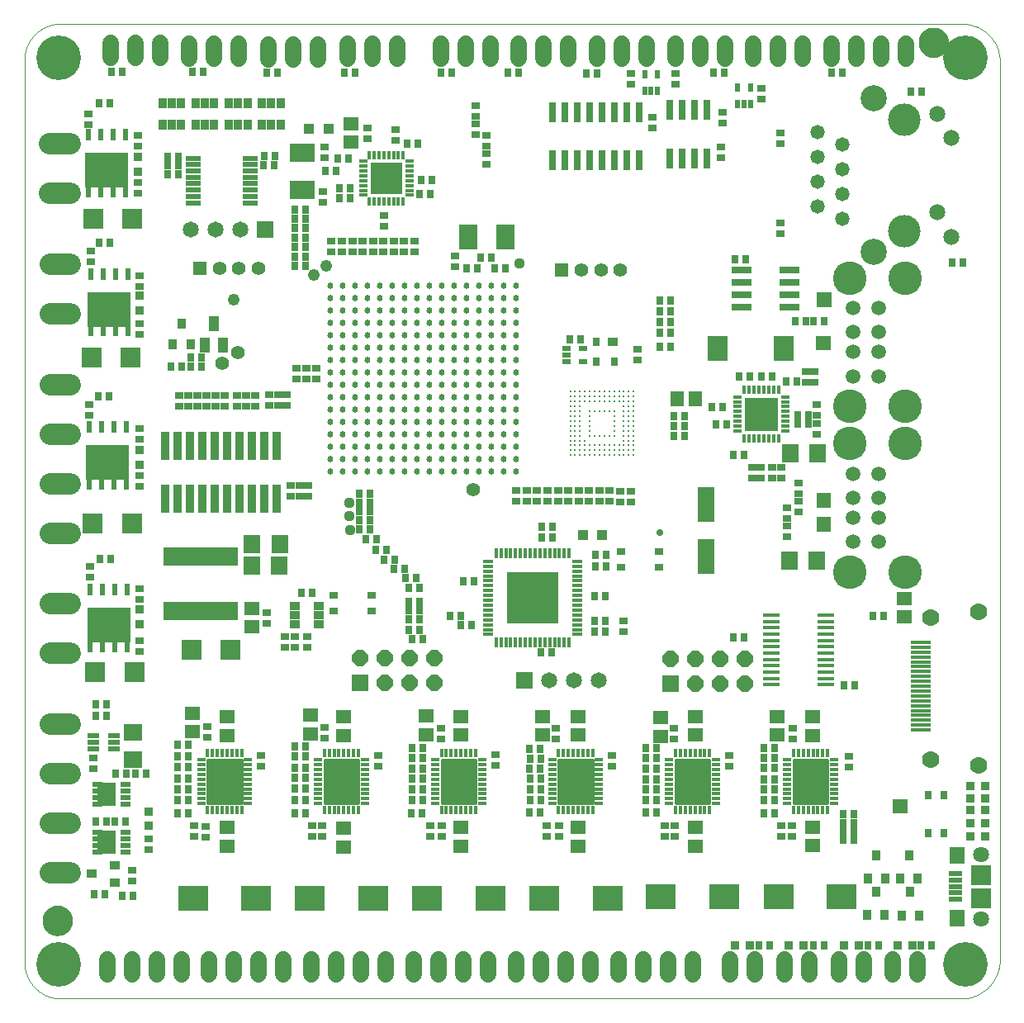
<source format=gts>
G75*
%MOIN*%
%OFA0B0*%
%FSLAX25Y25*%
%IPPOS*%
%LPD*%
%AMOC8*
5,1,8,0,0,1.08239X$1,22.5*
%
%ADD10C,0.00000*%
%ADD11R,0.03650X0.03650*%
%ADD12R,0.03256X0.02862*%
%ADD13R,0.02862X0.03256*%
%ADD14C,0.06500*%
%ADD15C,0.08750*%
%ADD16R,0.08374X0.08374*%
%ADD17C,0.05000*%
%ADD18C,0.04437*%
%ADD19R,0.02469X0.04831*%
%ADD20R,0.17429X0.14280*%
%ADD21R,0.02700X0.08300*%
%ADD22R,0.02075X0.03256*%
%ADD23R,0.03256X0.04437*%
%ADD24R,0.06406X0.05618*%
%ADD25R,0.06799X0.07587*%
%ADD26R,0.30028X0.07587*%
%ADD27R,0.12311X0.10343*%
%ADD28R,0.07980X0.01681*%
%ADD29C,0.06996*%
%ADD30C,0.13098*%
%ADD31C,0.05815*%
%ADD32C,0.06524*%
%ADD33C,0.10539*%
%ADD34C,0.05933*%
%ADD35C,0.13555*%
%ADD36R,0.03217X0.01445*%
%ADD37R,0.01445X0.03217*%
%ADD38R,0.13098X0.13098*%
%ADD39C,0.01181*%
%ADD40R,0.05618X0.06406*%
%ADD41R,0.07587X0.09949*%
%ADD42R,0.08374X0.10343*%
%ADD43R,0.04437X0.04437*%
%ADD44R,0.20579X0.20579*%
%ADD45R,0.04043X0.01642*%
%ADD46R,0.01642X0.04043*%
%ADD47C,0.02469*%
%ADD48C,0.02862*%
%ADD49C,0.04831*%
%ADD50C,0.05500*%
%ADD51R,0.03256X0.01484*%
%ADD52R,0.01484X0.03256*%
%ADD53C,0.00880*%
%ADD54R,0.05815X0.02075*%
%ADD55R,0.06012X0.06799*%
%ADD56R,0.07980X0.07980*%
%ADD57C,0.06406*%
%ADD58R,0.04437X0.03256*%
%ADD59R,0.03700X0.01700*%
%ADD60R,0.01700X0.03700*%
%ADD61R,0.13700X0.13700*%
%ADD62R,0.06500X0.06500*%
%ADD63OC8,0.06500*%
%ADD64R,0.04437X0.06012*%
%ADD65R,0.03650X0.04043*%
%ADD66C,0.06500*%
%ADD67R,0.03300X0.11500*%
%ADD68R,0.09949X0.07587*%
%ADD69R,0.07598X0.06799*%
%ADD70R,0.04398X0.02094*%
%ADD71R,0.07291X0.09752*%
%ADD72R,0.06799X0.01681*%
%ADD73R,0.08300X0.02700*%
%ADD74R,0.01681X0.02665*%
%ADD75R,0.01681X0.02547*%
%ADD76C,0.00100*%
%ADD77R,0.02665X0.01681*%
%ADD78R,0.02547X0.01681*%
%ADD79R,0.06300X0.01900*%
%ADD80R,0.05500X0.05500*%
%ADD81R,0.05100X0.01900*%
%ADD82C,0.18000*%
%ADD83R,0.06799X0.14280*%
%ADD84R,0.03256X0.02075*%
%ADD85R,0.02862X0.03650*%
%ADD86R,0.03650X0.02862*%
D10*
X0040190Y0042303D02*
X0404363Y0042303D01*
X0404744Y0042308D01*
X0405124Y0042321D01*
X0405504Y0042344D01*
X0405883Y0042377D01*
X0406261Y0042418D01*
X0406638Y0042468D01*
X0407014Y0042528D01*
X0407389Y0042596D01*
X0407761Y0042674D01*
X0408132Y0042761D01*
X0408500Y0042856D01*
X0408866Y0042961D01*
X0409229Y0043074D01*
X0409590Y0043196D01*
X0409947Y0043326D01*
X0410301Y0043466D01*
X0410652Y0043613D01*
X0410999Y0043770D01*
X0411342Y0043934D01*
X0411681Y0044107D01*
X0412016Y0044288D01*
X0412347Y0044477D01*
X0412672Y0044674D01*
X0412993Y0044878D01*
X0413309Y0045091D01*
X0413619Y0045311D01*
X0413925Y0045538D01*
X0414224Y0045773D01*
X0414518Y0046015D01*
X0414806Y0046263D01*
X0415088Y0046519D01*
X0415363Y0046782D01*
X0415632Y0047051D01*
X0415895Y0047326D01*
X0416151Y0047608D01*
X0416399Y0047896D01*
X0416641Y0048190D01*
X0416876Y0048489D01*
X0417103Y0048795D01*
X0417323Y0049105D01*
X0417536Y0049421D01*
X0417740Y0049742D01*
X0417937Y0050067D01*
X0418126Y0050398D01*
X0418307Y0050733D01*
X0418480Y0051072D01*
X0418644Y0051415D01*
X0418801Y0051762D01*
X0418948Y0052113D01*
X0419088Y0052467D01*
X0419218Y0052824D01*
X0419340Y0053185D01*
X0419453Y0053548D01*
X0419558Y0053914D01*
X0419653Y0054282D01*
X0419740Y0054653D01*
X0419818Y0055025D01*
X0419886Y0055400D01*
X0419946Y0055776D01*
X0419996Y0056153D01*
X0420037Y0056531D01*
X0420070Y0056910D01*
X0420093Y0057290D01*
X0420106Y0057670D01*
X0420111Y0058051D01*
X0420111Y0420256D01*
X0420112Y0420256D02*
X0420117Y0420623D01*
X0420113Y0420989D01*
X0420101Y0421355D01*
X0420079Y0421721D01*
X0420049Y0422086D01*
X0420010Y0422451D01*
X0419962Y0422814D01*
X0419905Y0423176D01*
X0419840Y0423536D01*
X0419766Y0423895D01*
X0419683Y0424252D01*
X0419592Y0424607D01*
X0419492Y0424960D01*
X0419383Y0425310D01*
X0419266Y0425657D01*
X0419141Y0426001D01*
X0419008Y0426343D01*
X0418866Y0426681D01*
X0418716Y0427015D01*
X0418559Y0427346D01*
X0418393Y0427672D01*
X0418219Y0427995D01*
X0418038Y0428313D01*
X0417849Y0428627D01*
X0417652Y0428937D01*
X0417448Y0429241D01*
X0417237Y0429540D01*
X0417019Y0429835D01*
X0416793Y0430124D01*
X0416561Y0430407D01*
X0416322Y0430684D01*
X0416076Y0430956D01*
X0415824Y0431222D01*
X0415565Y0431482D01*
X0415300Y0431735D01*
X0415029Y0431982D01*
X0414753Y0432222D01*
X0414470Y0432455D01*
X0414182Y0432682D01*
X0413889Y0432901D01*
X0413590Y0433113D01*
X0413286Y0433318D01*
X0412978Y0433516D01*
X0412665Y0433706D01*
X0412347Y0433889D01*
X0412025Y0434063D01*
X0411699Y0434230D01*
X0411368Y0434389D01*
X0411035Y0434540D01*
X0410697Y0434683D01*
X0410356Y0434818D01*
X0410012Y0434944D01*
X0409666Y0435062D01*
X0409316Y0435172D01*
X0408964Y0435273D01*
X0408609Y0435366D01*
X0408253Y0435450D01*
X0407894Y0435525D01*
X0407534Y0435592D01*
X0407172Y0435650D01*
X0406809Y0435699D01*
X0406445Y0435740D01*
X0406080Y0435771D01*
X0405714Y0435794D01*
X0405348Y0435808D01*
X0405347Y0435807D02*
X0039993Y0435807D01*
X0039641Y0435779D01*
X0039290Y0435742D01*
X0038940Y0435697D01*
X0038591Y0435644D01*
X0038244Y0435582D01*
X0037898Y0435512D01*
X0037554Y0435433D01*
X0037212Y0435346D01*
X0036873Y0435251D01*
X0036535Y0435148D01*
X0036201Y0435037D01*
X0035869Y0434917D01*
X0035540Y0434790D01*
X0035214Y0434654D01*
X0034891Y0434511D01*
X0034572Y0434360D01*
X0034257Y0434202D01*
X0033946Y0434035D01*
X0033639Y0433862D01*
X0033336Y0433681D01*
X0033038Y0433493D01*
X0032744Y0433297D01*
X0032455Y0433095D01*
X0032171Y0432885D01*
X0031892Y0432669D01*
X0031619Y0432446D01*
X0031351Y0432217D01*
X0031088Y0431981D01*
X0030831Y0431739D01*
X0030581Y0431491D01*
X0030336Y0431237D01*
X0030098Y0430976D01*
X0029866Y0430711D01*
X0029640Y0430439D01*
X0029421Y0430163D01*
X0029209Y0429881D01*
X0029003Y0429594D01*
X0028805Y0429302D01*
X0028614Y0429006D01*
X0028430Y0428705D01*
X0028253Y0428399D01*
X0028084Y0428090D01*
X0027922Y0427776D01*
X0027768Y0427459D01*
X0027621Y0427138D01*
X0027483Y0426814D01*
X0027352Y0426486D01*
X0027229Y0426155D01*
X0027114Y0425821D01*
X0027008Y0425485D01*
X0026909Y0425146D01*
X0026819Y0424805D01*
X0026737Y0424462D01*
X0026663Y0424117D01*
X0026598Y0423770D01*
X0026541Y0423422D01*
X0026492Y0423073D01*
X0026452Y0422722D01*
X0026421Y0422371D01*
X0026398Y0422019D01*
X0026383Y0421666D01*
X0026377Y0421313D01*
X0026380Y0420961D01*
X0026391Y0420608D01*
X0026410Y0420256D01*
X0026410Y0058051D01*
X0026390Y0057694D01*
X0026379Y0057337D01*
X0026377Y0056979D01*
X0026384Y0056622D01*
X0026399Y0056264D01*
X0026422Y0055908D01*
X0026455Y0055552D01*
X0026496Y0055196D01*
X0026545Y0054842D01*
X0026603Y0054489D01*
X0026670Y0054138D01*
X0026745Y0053788D01*
X0026828Y0053441D01*
X0026920Y0053095D01*
X0027020Y0052752D01*
X0027129Y0052411D01*
X0027245Y0052073D01*
X0027370Y0051738D01*
X0027503Y0051406D01*
X0027644Y0051077D01*
X0027792Y0050752D01*
X0027949Y0050431D01*
X0028113Y0050113D01*
X0028285Y0049799D01*
X0028464Y0049490D01*
X0028651Y0049185D01*
X0028845Y0048885D01*
X0029046Y0048589D01*
X0029255Y0048299D01*
X0029470Y0048013D01*
X0029692Y0047733D01*
X0029921Y0047458D01*
X0030157Y0047189D01*
X0030399Y0046926D01*
X0030647Y0046669D01*
X0030901Y0046417D01*
X0031161Y0046172D01*
X0031428Y0045933D01*
X0031700Y0045701D01*
X0031977Y0045475D01*
X0032260Y0045257D01*
X0032548Y0045045D01*
X0032841Y0044840D01*
X0033139Y0044642D01*
X0033441Y0044451D01*
X0033748Y0044268D01*
X0034060Y0044092D01*
X0034375Y0043924D01*
X0034695Y0043764D01*
X0035018Y0043611D01*
X0035345Y0043466D01*
X0035675Y0043330D01*
X0036009Y0043201D01*
X0036346Y0043080D01*
X0036685Y0042967D01*
X0037027Y0042863D01*
X0037371Y0042767D01*
X0037718Y0042679D01*
X0038067Y0042600D01*
X0038417Y0042529D01*
X0038769Y0042467D01*
X0039123Y0042413D01*
X0039478Y0042368D01*
X0039833Y0042331D01*
X0040190Y0042303D01*
X0375072Y0352264D02*
X0375074Y0352422D01*
X0375080Y0352580D01*
X0375090Y0352738D01*
X0375104Y0352896D01*
X0375122Y0353053D01*
X0375143Y0353210D01*
X0375169Y0353366D01*
X0375199Y0353522D01*
X0375232Y0353677D01*
X0375270Y0353830D01*
X0375311Y0353983D01*
X0375356Y0354135D01*
X0375405Y0354286D01*
X0375458Y0354435D01*
X0375514Y0354583D01*
X0375574Y0354729D01*
X0375638Y0354874D01*
X0375706Y0355017D01*
X0375777Y0355159D01*
X0375851Y0355299D01*
X0375929Y0355436D01*
X0376011Y0355572D01*
X0376095Y0355706D01*
X0376184Y0355837D01*
X0376275Y0355966D01*
X0376370Y0356093D01*
X0376467Y0356218D01*
X0376568Y0356340D01*
X0376672Y0356459D01*
X0376779Y0356576D01*
X0376889Y0356690D01*
X0377002Y0356801D01*
X0377117Y0356910D01*
X0377235Y0357015D01*
X0377356Y0357117D01*
X0377479Y0357217D01*
X0377605Y0357313D01*
X0377733Y0357406D01*
X0377863Y0357496D01*
X0377996Y0357582D01*
X0378131Y0357666D01*
X0378267Y0357745D01*
X0378406Y0357822D01*
X0378547Y0357894D01*
X0378689Y0357964D01*
X0378833Y0358029D01*
X0378979Y0358091D01*
X0379126Y0358149D01*
X0379275Y0358204D01*
X0379425Y0358255D01*
X0379576Y0358302D01*
X0379728Y0358345D01*
X0379881Y0358384D01*
X0380036Y0358420D01*
X0380191Y0358451D01*
X0380347Y0358479D01*
X0380503Y0358503D01*
X0380660Y0358523D01*
X0380818Y0358539D01*
X0380975Y0358551D01*
X0381134Y0358559D01*
X0381292Y0358563D01*
X0381450Y0358563D01*
X0381608Y0358559D01*
X0381767Y0358551D01*
X0381924Y0358539D01*
X0382082Y0358523D01*
X0382239Y0358503D01*
X0382395Y0358479D01*
X0382551Y0358451D01*
X0382706Y0358420D01*
X0382861Y0358384D01*
X0383014Y0358345D01*
X0383166Y0358302D01*
X0383317Y0358255D01*
X0383467Y0358204D01*
X0383616Y0358149D01*
X0383763Y0358091D01*
X0383909Y0358029D01*
X0384053Y0357964D01*
X0384195Y0357894D01*
X0384336Y0357822D01*
X0384475Y0357745D01*
X0384611Y0357666D01*
X0384746Y0357582D01*
X0384879Y0357496D01*
X0385009Y0357406D01*
X0385137Y0357313D01*
X0385263Y0357217D01*
X0385386Y0357117D01*
X0385507Y0357015D01*
X0385625Y0356910D01*
X0385740Y0356801D01*
X0385853Y0356690D01*
X0385963Y0356576D01*
X0386070Y0356459D01*
X0386174Y0356340D01*
X0386275Y0356218D01*
X0386372Y0356093D01*
X0386467Y0355966D01*
X0386558Y0355837D01*
X0386647Y0355706D01*
X0386731Y0355572D01*
X0386813Y0355436D01*
X0386891Y0355299D01*
X0386965Y0355159D01*
X0387036Y0355017D01*
X0387104Y0354874D01*
X0387168Y0354729D01*
X0387228Y0354583D01*
X0387284Y0354435D01*
X0387337Y0354286D01*
X0387386Y0354135D01*
X0387431Y0353983D01*
X0387472Y0353830D01*
X0387510Y0353677D01*
X0387543Y0353522D01*
X0387573Y0353366D01*
X0387599Y0353210D01*
X0387620Y0353053D01*
X0387638Y0352896D01*
X0387652Y0352738D01*
X0387662Y0352580D01*
X0387668Y0352422D01*
X0387670Y0352264D01*
X0387668Y0352106D01*
X0387662Y0351948D01*
X0387652Y0351790D01*
X0387638Y0351632D01*
X0387620Y0351475D01*
X0387599Y0351318D01*
X0387573Y0351162D01*
X0387543Y0351006D01*
X0387510Y0350851D01*
X0387472Y0350698D01*
X0387431Y0350545D01*
X0387386Y0350393D01*
X0387337Y0350242D01*
X0387284Y0350093D01*
X0387228Y0349945D01*
X0387168Y0349799D01*
X0387104Y0349654D01*
X0387036Y0349511D01*
X0386965Y0349369D01*
X0386891Y0349229D01*
X0386813Y0349092D01*
X0386731Y0348956D01*
X0386647Y0348822D01*
X0386558Y0348691D01*
X0386467Y0348562D01*
X0386372Y0348435D01*
X0386275Y0348310D01*
X0386174Y0348188D01*
X0386070Y0348069D01*
X0385963Y0347952D01*
X0385853Y0347838D01*
X0385740Y0347727D01*
X0385625Y0347618D01*
X0385507Y0347513D01*
X0385386Y0347411D01*
X0385263Y0347311D01*
X0385137Y0347215D01*
X0385009Y0347122D01*
X0384879Y0347032D01*
X0384746Y0346946D01*
X0384611Y0346862D01*
X0384475Y0346783D01*
X0384336Y0346706D01*
X0384195Y0346634D01*
X0384053Y0346564D01*
X0383909Y0346499D01*
X0383763Y0346437D01*
X0383616Y0346379D01*
X0383467Y0346324D01*
X0383317Y0346273D01*
X0383166Y0346226D01*
X0383014Y0346183D01*
X0382861Y0346144D01*
X0382706Y0346108D01*
X0382551Y0346077D01*
X0382395Y0346049D01*
X0382239Y0346025D01*
X0382082Y0346005D01*
X0381924Y0345989D01*
X0381767Y0345977D01*
X0381608Y0345969D01*
X0381450Y0345965D01*
X0381292Y0345965D01*
X0381134Y0345969D01*
X0380975Y0345977D01*
X0380818Y0345989D01*
X0380660Y0346005D01*
X0380503Y0346025D01*
X0380347Y0346049D01*
X0380191Y0346077D01*
X0380036Y0346108D01*
X0379881Y0346144D01*
X0379728Y0346183D01*
X0379576Y0346226D01*
X0379425Y0346273D01*
X0379275Y0346324D01*
X0379126Y0346379D01*
X0378979Y0346437D01*
X0378833Y0346499D01*
X0378689Y0346564D01*
X0378547Y0346634D01*
X0378406Y0346706D01*
X0378267Y0346783D01*
X0378131Y0346862D01*
X0377996Y0346946D01*
X0377863Y0347032D01*
X0377733Y0347122D01*
X0377605Y0347215D01*
X0377479Y0347311D01*
X0377356Y0347411D01*
X0377235Y0347513D01*
X0377117Y0347618D01*
X0377002Y0347727D01*
X0376889Y0347838D01*
X0376779Y0347952D01*
X0376672Y0348069D01*
X0376568Y0348188D01*
X0376467Y0348310D01*
X0376370Y0348435D01*
X0376275Y0348562D01*
X0376184Y0348691D01*
X0376095Y0348822D01*
X0376011Y0348956D01*
X0375929Y0349092D01*
X0375851Y0349229D01*
X0375777Y0349369D01*
X0375706Y0349511D01*
X0375638Y0349654D01*
X0375574Y0349799D01*
X0375514Y0349945D01*
X0375458Y0350093D01*
X0375405Y0350242D01*
X0375356Y0350393D01*
X0375311Y0350545D01*
X0375270Y0350698D01*
X0375232Y0350851D01*
X0375199Y0351006D01*
X0375169Y0351162D01*
X0375143Y0351318D01*
X0375122Y0351475D01*
X0375104Y0351632D01*
X0375090Y0351790D01*
X0375080Y0351948D01*
X0375074Y0352106D01*
X0375072Y0352264D01*
X0375072Y0397264D02*
X0375074Y0397422D01*
X0375080Y0397580D01*
X0375090Y0397738D01*
X0375104Y0397896D01*
X0375122Y0398053D01*
X0375143Y0398210D01*
X0375169Y0398366D01*
X0375199Y0398522D01*
X0375232Y0398677D01*
X0375270Y0398830D01*
X0375311Y0398983D01*
X0375356Y0399135D01*
X0375405Y0399286D01*
X0375458Y0399435D01*
X0375514Y0399583D01*
X0375574Y0399729D01*
X0375638Y0399874D01*
X0375706Y0400017D01*
X0375777Y0400159D01*
X0375851Y0400299D01*
X0375929Y0400436D01*
X0376011Y0400572D01*
X0376095Y0400706D01*
X0376184Y0400837D01*
X0376275Y0400966D01*
X0376370Y0401093D01*
X0376467Y0401218D01*
X0376568Y0401340D01*
X0376672Y0401459D01*
X0376779Y0401576D01*
X0376889Y0401690D01*
X0377002Y0401801D01*
X0377117Y0401910D01*
X0377235Y0402015D01*
X0377356Y0402117D01*
X0377479Y0402217D01*
X0377605Y0402313D01*
X0377733Y0402406D01*
X0377863Y0402496D01*
X0377996Y0402582D01*
X0378131Y0402666D01*
X0378267Y0402745D01*
X0378406Y0402822D01*
X0378547Y0402894D01*
X0378689Y0402964D01*
X0378833Y0403029D01*
X0378979Y0403091D01*
X0379126Y0403149D01*
X0379275Y0403204D01*
X0379425Y0403255D01*
X0379576Y0403302D01*
X0379728Y0403345D01*
X0379881Y0403384D01*
X0380036Y0403420D01*
X0380191Y0403451D01*
X0380347Y0403479D01*
X0380503Y0403503D01*
X0380660Y0403523D01*
X0380818Y0403539D01*
X0380975Y0403551D01*
X0381134Y0403559D01*
X0381292Y0403563D01*
X0381450Y0403563D01*
X0381608Y0403559D01*
X0381767Y0403551D01*
X0381924Y0403539D01*
X0382082Y0403523D01*
X0382239Y0403503D01*
X0382395Y0403479D01*
X0382551Y0403451D01*
X0382706Y0403420D01*
X0382861Y0403384D01*
X0383014Y0403345D01*
X0383166Y0403302D01*
X0383317Y0403255D01*
X0383467Y0403204D01*
X0383616Y0403149D01*
X0383763Y0403091D01*
X0383909Y0403029D01*
X0384053Y0402964D01*
X0384195Y0402894D01*
X0384336Y0402822D01*
X0384475Y0402745D01*
X0384611Y0402666D01*
X0384746Y0402582D01*
X0384879Y0402496D01*
X0385009Y0402406D01*
X0385137Y0402313D01*
X0385263Y0402217D01*
X0385386Y0402117D01*
X0385507Y0402015D01*
X0385625Y0401910D01*
X0385740Y0401801D01*
X0385853Y0401690D01*
X0385963Y0401576D01*
X0386070Y0401459D01*
X0386174Y0401340D01*
X0386275Y0401218D01*
X0386372Y0401093D01*
X0386467Y0400966D01*
X0386558Y0400837D01*
X0386647Y0400706D01*
X0386731Y0400572D01*
X0386813Y0400436D01*
X0386891Y0400299D01*
X0386965Y0400159D01*
X0387036Y0400017D01*
X0387104Y0399874D01*
X0387168Y0399729D01*
X0387228Y0399583D01*
X0387284Y0399435D01*
X0387337Y0399286D01*
X0387386Y0399135D01*
X0387431Y0398983D01*
X0387472Y0398830D01*
X0387510Y0398677D01*
X0387543Y0398522D01*
X0387573Y0398366D01*
X0387599Y0398210D01*
X0387620Y0398053D01*
X0387638Y0397896D01*
X0387652Y0397738D01*
X0387662Y0397580D01*
X0387668Y0397422D01*
X0387670Y0397264D01*
X0387668Y0397106D01*
X0387662Y0396948D01*
X0387652Y0396790D01*
X0387638Y0396632D01*
X0387620Y0396475D01*
X0387599Y0396318D01*
X0387573Y0396162D01*
X0387543Y0396006D01*
X0387510Y0395851D01*
X0387472Y0395698D01*
X0387431Y0395545D01*
X0387386Y0395393D01*
X0387337Y0395242D01*
X0387284Y0395093D01*
X0387228Y0394945D01*
X0387168Y0394799D01*
X0387104Y0394654D01*
X0387036Y0394511D01*
X0386965Y0394369D01*
X0386891Y0394229D01*
X0386813Y0394092D01*
X0386731Y0393956D01*
X0386647Y0393822D01*
X0386558Y0393691D01*
X0386467Y0393562D01*
X0386372Y0393435D01*
X0386275Y0393310D01*
X0386174Y0393188D01*
X0386070Y0393069D01*
X0385963Y0392952D01*
X0385853Y0392838D01*
X0385740Y0392727D01*
X0385625Y0392618D01*
X0385507Y0392513D01*
X0385386Y0392411D01*
X0385263Y0392311D01*
X0385137Y0392215D01*
X0385009Y0392122D01*
X0384879Y0392032D01*
X0384746Y0391946D01*
X0384611Y0391862D01*
X0384475Y0391783D01*
X0384336Y0391706D01*
X0384195Y0391634D01*
X0384053Y0391564D01*
X0383909Y0391499D01*
X0383763Y0391437D01*
X0383616Y0391379D01*
X0383467Y0391324D01*
X0383317Y0391273D01*
X0383166Y0391226D01*
X0383014Y0391183D01*
X0382861Y0391144D01*
X0382706Y0391108D01*
X0382551Y0391077D01*
X0382395Y0391049D01*
X0382239Y0391025D01*
X0382082Y0391005D01*
X0381924Y0390989D01*
X0381767Y0390977D01*
X0381608Y0390969D01*
X0381450Y0390965D01*
X0381292Y0390965D01*
X0381134Y0390969D01*
X0380975Y0390977D01*
X0380818Y0390989D01*
X0380660Y0391005D01*
X0380503Y0391025D01*
X0380347Y0391049D01*
X0380191Y0391077D01*
X0380036Y0391108D01*
X0379881Y0391144D01*
X0379728Y0391183D01*
X0379576Y0391226D01*
X0379425Y0391273D01*
X0379275Y0391324D01*
X0379126Y0391379D01*
X0378979Y0391437D01*
X0378833Y0391499D01*
X0378689Y0391564D01*
X0378547Y0391634D01*
X0378406Y0391706D01*
X0378267Y0391783D01*
X0378131Y0391862D01*
X0377996Y0391946D01*
X0377863Y0392032D01*
X0377733Y0392122D01*
X0377605Y0392215D01*
X0377479Y0392311D01*
X0377356Y0392411D01*
X0377235Y0392513D01*
X0377117Y0392618D01*
X0377002Y0392727D01*
X0376889Y0392838D01*
X0376779Y0392952D01*
X0376672Y0393069D01*
X0376568Y0393188D01*
X0376467Y0393310D01*
X0376370Y0393435D01*
X0376275Y0393562D01*
X0376184Y0393691D01*
X0376095Y0393822D01*
X0376011Y0393956D01*
X0375929Y0394092D01*
X0375851Y0394229D01*
X0375777Y0394369D01*
X0375706Y0394511D01*
X0375638Y0394654D01*
X0375574Y0394799D01*
X0375514Y0394945D01*
X0375458Y0395093D01*
X0375405Y0395242D01*
X0375356Y0395393D01*
X0375311Y0395545D01*
X0375270Y0395698D01*
X0375232Y0395851D01*
X0375199Y0396006D01*
X0375169Y0396162D01*
X0375143Y0396318D01*
X0375122Y0396475D01*
X0375104Y0396632D01*
X0375090Y0396790D01*
X0375080Y0396948D01*
X0375074Y0397106D01*
X0375072Y0397264D01*
D11*
X0408241Y0128287D03*
X0408221Y0123287D03*
X0408221Y0118465D03*
X0408241Y0113248D03*
X0408221Y0107894D03*
X0414127Y0107894D03*
X0414146Y0113248D03*
X0414127Y0118465D03*
X0414127Y0123287D03*
X0414146Y0128287D03*
X0384855Y0063780D03*
X0378950Y0063780D03*
X0363143Y0063780D03*
X0357237Y0063780D03*
X0340918Y0063780D03*
X0335013Y0063780D03*
X0319225Y0063780D03*
X0313320Y0063780D03*
X0076607Y0111988D03*
X0076607Y0117894D03*
X0072965Y0193583D03*
X0072965Y0199488D03*
X0072769Y0257756D03*
X0072769Y0263661D03*
X0072867Y0320059D03*
X0072867Y0325965D03*
X0072080Y0376260D03*
X0072080Y0382165D03*
D12*
X0072080Y0386299D03*
X0072080Y0390630D03*
X0052198Y0395059D03*
X0052198Y0399390D03*
X0072080Y0371831D03*
X0072080Y0367500D03*
X0053182Y0344272D03*
X0053182Y0339941D03*
X0072769Y0334232D03*
X0072769Y0329902D03*
X0072867Y0314941D03*
X0072867Y0310610D03*
X0088950Y0285768D03*
X0092552Y0285728D03*
X0096213Y0285728D03*
X0099954Y0285728D03*
X0103576Y0285689D03*
X0107139Y0285669D03*
X0107139Y0281339D03*
X0103576Y0281358D03*
X0099954Y0281398D03*
X0096213Y0281398D03*
X0092552Y0281398D03*
X0088950Y0281437D03*
X0072867Y0272323D03*
X0072867Y0267992D03*
X0072769Y0253425D03*
X0072769Y0249094D03*
X0052394Y0277736D03*
X0052394Y0282067D03*
X0112257Y0281516D03*
X0115780Y0281476D03*
X0119442Y0281516D03*
X0119442Y0285846D03*
X0115780Y0285807D03*
X0112257Y0285846D03*
X0125229Y0286004D03*
X0128792Y0285984D03*
X0132335Y0286043D03*
X0132335Y0281713D03*
X0128792Y0281654D03*
X0125229Y0281673D03*
X0136154Y0292500D03*
X0140190Y0292500D03*
X0144127Y0292500D03*
X0144127Y0296831D03*
X0140190Y0296831D03*
X0136154Y0296831D03*
X0137434Y0249587D03*
X0140977Y0249587D03*
X0140977Y0245256D03*
X0137434Y0245256D03*
X0133891Y0245256D03*
X0133891Y0249587D03*
X0124048Y0198209D03*
X0124048Y0193878D03*
X0131528Y0188563D03*
X0135367Y0188563D03*
X0135367Y0184232D03*
X0131528Y0184232D03*
X0140485Y0184232D03*
X0140485Y0188563D03*
X0147513Y0151772D03*
X0147513Y0147441D03*
X0169127Y0140531D03*
X0169127Y0136201D03*
X0194383Y0147185D03*
X0194383Y0151516D03*
X0216528Y0140728D03*
X0216528Y0136398D03*
X0240918Y0146988D03*
X0240918Y0151319D03*
X0263654Y0140531D03*
X0263654Y0136201D03*
X0288379Y0146988D03*
X0288379Y0151319D03*
X0310977Y0140335D03*
X0310977Y0136004D03*
X0336607Y0146988D03*
X0336607Y0151319D03*
X0359068Y0140138D03*
X0359068Y0135807D03*
X0336312Y0112146D03*
X0336312Y0107815D03*
X0331883Y0107815D03*
X0331883Y0112146D03*
X0288871Y0112146D03*
X0284737Y0112146D03*
X0284737Y0107815D03*
X0288871Y0107815D03*
X0242099Y0107815D03*
X0242099Y0112146D03*
X0237296Y0112224D03*
X0237296Y0107894D03*
X0194973Y0107815D03*
X0194973Y0112146D03*
X0190249Y0112146D03*
X0190249Y0107815D03*
X0146666Y0107815D03*
X0142454Y0107815D03*
X0142454Y0112146D03*
X0146666Y0112146D03*
X0122001Y0136161D03*
X0122001Y0140492D03*
X0100072Y0147894D03*
X0100072Y0152224D03*
X0072906Y0182579D03*
X0072906Y0186909D03*
X0072965Y0203622D03*
X0072965Y0207953D03*
X0052985Y0212382D03*
X0052985Y0216713D03*
X0054166Y0139350D03*
X0054166Y0135020D03*
X0076607Y0106673D03*
X0076607Y0102343D03*
X0069717Y0094272D03*
X0069717Y0089941D03*
X0094835Y0107815D03*
X0094835Y0112146D03*
X0099442Y0111870D03*
X0099442Y0107539D03*
X0224993Y0242992D03*
X0229225Y0242992D03*
X0233359Y0242992D03*
X0237493Y0242992D03*
X0241725Y0242992D03*
X0245957Y0242992D03*
X0250091Y0242992D03*
X0254324Y0242992D03*
X0258457Y0242992D03*
X0262670Y0242992D03*
X0266804Y0242933D03*
X0271095Y0242953D03*
X0271095Y0247283D03*
X0266804Y0247264D03*
X0262670Y0247323D03*
X0258457Y0247323D03*
X0254324Y0247323D03*
X0250091Y0247323D03*
X0245957Y0247323D03*
X0241725Y0247323D03*
X0237493Y0247323D03*
X0233359Y0247323D03*
X0229225Y0247323D03*
X0224993Y0247323D03*
X0268044Y0194862D03*
X0268044Y0190531D03*
X0334087Y0228917D03*
X0334087Y0233248D03*
X0334087Y0236201D03*
X0334087Y0240531D03*
X0338812Y0238760D03*
X0338812Y0243091D03*
X0338812Y0246240D03*
X0338812Y0250571D03*
X0331725Y0252343D03*
X0328182Y0252343D03*
X0328182Y0256673D03*
X0331725Y0256673D03*
X0323654Y0256673D03*
X0320111Y0256673D03*
X0320111Y0252343D03*
X0323654Y0252343D03*
X0346095Y0270256D03*
X0346095Y0274587D03*
X0346095Y0277736D03*
X0346095Y0282067D03*
X0345111Y0291122D03*
X0341765Y0291122D03*
X0341765Y0295453D03*
X0345111Y0295453D03*
X0331607Y0351102D03*
X0331607Y0355433D03*
X0307513Y0381673D03*
X0307513Y0386004D03*
X0308300Y0395846D03*
X0308300Y0400177D03*
X0323753Y0405551D03*
X0323753Y0409882D03*
X0331568Y0391791D03*
X0331568Y0387461D03*
X0289225Y0411437D03*
X0289225Y0415768D03*
X0271331Y0415768D03*
X0271331Y0411437D03*
X0279954Y0398189D03*
X0279954Y0393858D03*
X0212847Y0390650D03*
X0208654Y0391004D03*
X0208654Y0395335D03*
X0208654Y0398307D03*
X0208654Y0402638D03*
X0212847Y0386319D03*
X0212847Y0383346D03*
X0212847Y0379016D03*
X0183851Y0348012D03*
X0179658Y0348012D03*
X0175544Y0348012D03*
X0171312Y0348012D03*
X0167099Y0348012D03*
X0162906Y0348012D03*
X0158772Y0348012D03*
X0154501Y0348012D03*
X0150308Y0348012D03*
X0150308Y0343681D03*
X0154501Y0343681D03*
X0158772Y0343681D03*
X0162906Y0343681D03*
X0167099Y0343681D03*
X0171312Y0343681D03*
X0175544Y0343681D03*
X0179658Y0343681D03*
X0183851Y0343681D03*
X0171646Y0354252D03*
X0171646Y0358583D03*
X0146922Y0363799D03*
X0146922Y0368130D03*
X0147611Y0381673D03*
X0147611Y0386004D03*
X0164717Y0389311D03*
X0164717Y0393642D03*
X0176292Y0393209D03*
X0176292Y0388878D03*
X0200131Y0342067D03*
X0200131Y0337736D03*
X0273851Y0304311D03*
X0273851Y0299980D03*
D13*
X0282709Y0305433D03*
X0287040Y0305433D03*
X0287099Y0311280D03*
X0287099Y0315413D03*
X0282769Y0315413D03*
X0282769Y0311280D03*
X0282847Y0319843D03*
X0282828Y0324075D03*
X0287158Y0324075D03*
X0287178Y0319843D03*
X0264599Y0299587D03*
X0257119Y0299587D03*
X0257119Y0307461D03*
X0251017Y0308445D03*
X0246686Y0308445D03*
X0220544Y0337067D03*
X0216213Y0337067D03*
X0214875Y0341398D03*
X0210544Y0341398D03*
X0209087Y0337165D03*
X0204757Y0337165D03*
X0190347Y0367106D03*
X0186017Y0367106D03*
X0186646Y0372697D03*
X0190977Y0372697D03*
X0185269Y0387559D03*
X0180938Y0387559D03*
X0157119Y0381614D03*
X0152788Y0381614D03*
X0152237Y0376437D03*
X0147906Y0376437D03*
X0153536Y0369331D03*
X0153576Y0365335D03*
X0157906Y0365335D03*
X0157867Y0369331D03*
X0139796Y0360807D03*
X0139796Y0357067D03*
X0139796Y0353327D03*
X0139796Y0349587D03*
X0139796Y0345846D03*
X0139796Y0341909D03*
X0139796Y0337972D03*
X0135465Y0337972D03*
X0135465Y0341909D03*
X0135465Y0345846D03*
X0135465Y0349587D03*
X0135465Y0353327D03*
X0135465Y0357067D03*
X0135465Y0360807D03*
X0127355Y0378839D03*
X0127394Y0382461D03*
X0123064Y0382461D03*
X0123024Y0378839D03*
X0088418Y0378917D03*
X0088418Y0382264D03*
X0084087Y0382264D03*
X0084087Y0378917D03*
X0084087Y0374980D03*
X0088418Y0374980D03*
X0060957Y0347323D03*
X0056627Y0347323D03*
X0093536Y0301161D03*
X0093536Y0297421D03*
X0089993Y0297421D03*
X0085662Y0297421D03*
X0097867Y0297421D03*
X0097867Y0301161D03*
X0060662Y0285512D03*
X0056331Y0285512D03*
X0057020Y0219764D03*
X0061351Y0219764D03*
X0059481Y0161004D03*
X0055150Y0161004D03*
X0055150Y0156476D03*
X0059481Y0156476D03*
X0063221Y0133051D03*
X0067552Y0133051D03*
X0071095Y0133051D03*
X0075426Y0133051D03*
X0088261Y0131280D03*
X0092591Y0131280D03*
X0092591Y0126831D03*
X0088261Y0126831D03*
X0088261Y0122421D03*
X0092591Y0122421D03*
X0092591Y0116988D03*
X0088261Y0116988D03*
X0088300Y0135807D03*
X0092631Y0135807D03*
X0092631Y0140217D03*
X0088300Y0140217D03*
X0088221Y0144665D03*
X0092552Y0144665D03*
X0067158Y0113957D03*
X0062828Y0113957D03*
X0059481Y0113957D03*
X0055150Y0113957D03*
X0054560Y0084429D03*
X0058891Y0084429D03*
X0065780Y0083839D03*
X0070111Y0083839D03*
X0135623Y0117146D03*
X0139954Y0117146D03*
X0139855Y0122579D03*
X0135524Y0122579D03*
X0135583Y0127008D03*
X0135583Y0131299D03*
X0135603Y0135571D03*
X0139934Y0135571D03*
X0139914Y0131299D03*
X0139914Y0127008D03*
X0139914Y0140079D03*
X0139993Y0144075D03*
X0135662Y0144075D03*
X0135583Y0140079D03*
X0182769Y0139390D03*
X0182828Y0135197D03*
X0182867Y0131024D03*
X0182946Y0126890D03*
X0187276Y0126890D03*
X0187198Y0131024D03*
X0187158Y0135197D03*
X0187099Y0139390D03*
X0187080Y0143622D03*
X0182749Y0143622D03*
X0182769Y0122461D03*
X0187099Y0122461D03*
X0187001Y0117264D03*
X0182670Y0117264D03*
X0230111Y0117362D03*
X0234442Y0117362D03*
X0234737Y0122461D03*
X0230406Y0122461D03*
X0230387Y0126890D03*
X0230387Y0131024D03*
X0230347Y0135118D03*
X0230406Y0139193D03*
X0230190Y0143228D03*
X0234520Y0143228D03*
X0234737Y0139193D03*
X0234678Y0135118D03*
X0234717Y0131024D03*
X0234717Y0126890D03*
X0277237Y0126693D03*
X0277237Y0130827D03*
X0277198Y0135118D03*
X0281528Y0135118D03*
X0281568Y0130827D03*
X0281568Y0126693D03*
X0281587Y0122461D03*
X0277257Y0122461D03*
X0277355Y0117362D03*
X0281686Y0117362D03*
X0281469Y0139508D03*
X0281371Y0143622D03*
X0277040Y0143622D03*
X0277139Y0139508D03*
X0239206Y0182264D03*
X0234875Y0182264D03*
X0256469Y0190610D03*
X0256568Y0194803D03*
X0260898Y0194803D03*
X0260800Y0190610D03*
X0260859Y0204705D03*
X0256528Y0204705D03*
X0256725Y0216909D03*
X0261056Y0216909D03*
X0261135Y0221516D03*
X0256804Y0221516D03*
X0239501Y0228465D03*
X0239422Y0232736D03*
X0235091Y0232736D03*
X0235170Y0228465D03*
X0207828Y0210807D03*
X0203497Y0210807D03*
X0202513Y0196929D03*
X0202631Y0193248D03*
X0206961Y0193248D03*
X0198182Y0196929D03*
X0185741Y0195531D03*
X0185741Y0199035D03*
X0185780Y0202480D03*
X0181450Y0202480D03*
X0181410Y0199035D03*
X0181410Y0195531D03*
X0181430Y0191181D03*
X0182808Y0187362D03*
X0187139Y0187362D03*
X0185761Y0191181D03*
X0185859Y0208031D03*
X0184678Y0212185D03*
X0180347Y0212185D03*
X0179954Y0215728D03*
X0175623Y0215728D03*
X0176017Y0219469D03*
X0171686Y0219469D03*
X0172670Y0223602D03*
X0168339Y0223602D03*
X0168536Y0227736D03*
X0164206Y0227736D03*
X0165977Y0231673D03*
X0165918Y0235610D03*
X0165977Y0239213D03*
X0165977Y0242579D03*
X0165977Y0245965D03*
X0161646Y0245965D03*
X0161646Y0242579D03*
X0161646Y0239213D03*
X0161587Y0235610D03*
X0161646Y0231673D03*
X0181528Y0208031D03*
X0142552Y0206280D03*
X0138221Y0206280D03*
X0288457Y0269350D03*
X0288477Y0273484D03*
X0288438Y0277559D03*
X0292769Y0277559D03*
X0292808Y0273484D03*
X0292788Y0269350D03*
X0305544Y0274193D03*
X0309875Y0274193D03*
X0308300Y0281083D03*
X0303969Y0281083D03*
X0314934Y0293346D03*
X0319265Y0293346D03*
X0323910Y0293484D03*
X0328241Y0293484D03*
X0333891Y0291339D03*
X0338221Y0291339D03*
X0338418Y0277933D03*
X0338418Y0274390D03*
X0342749Y0274390D03*
X0342749Y0277933D03*
X0316765Y0261791D03*
X0312434Y0261791D03*
X0337631Y0315925D03*
X0341961Y0315925D03*
X0344914Y0315925D03*
X0349245Y0315925D03*
X0317552Y0340925D03*
X0313221Y0340925D03*
X0384265Y0408563D03*
X0388595Y0408563D03*
X0356391Y0416142D03*
X0352060Y0416142D03*
X0308930Y0416220D03*
X0304599Y0416220D03*
X0257513Y0415787D03*
X0253182Y0415787D03*
X0225957Y0416280D03*
X0221627Y0416280D03*
X0198812Y0416102D03*
X0194481Y0416102D03*
X0160013Y0416201D03*
X0155682Y0416201D03*
X0128635Y0416102D03*
X0124304Y0416102D03*
X0098694Y0416398D03*
X0094363Y0416398D03*
X0065820Y0416299D03*
X0061489Y0416299D03*
X0061017Y0403819D03*
X0056686Y0403819D03*
X0312434Y0188169D03*
X0316765Y0188169D03*
X0357158Y0168878D03*
X0361489Y0168878D03*
X0368930Y0196831D03*
X0373261Y0196831D03*
X0329186Y0143465D03*
X0329206Y0139390D03*
X0329206Y0135374D03*
X0324875Y0135374D03*
X0324875Y0139390D03*
X0324855Y0143465D03*
X0324875Y0130925D03*
X0324875Y0126693D03*
X0324894Y0122461D03*
X0329225Y0122461D03*
X0329206Y0126693D03*
X0329206Y0130925D03*
X0329225Y0117067D03*
X0324894Y0117067D03*
X0356863Y0116673D03*
X0356902Y0113287D03*
X0356863Y0109921D03*
X0356843Y0106398D03*
X0361174Y0106398D03*
X0361194Y0109921D03*
X0361233Y0113287D03*
X0361194Y0116673D03*
X0366942Y0063780D03*
X0371272Y0063780D03*
X0388339Y0063780D03*
X0392670Y0063780D03*
X0349068Y0063780D03*
X0344737Y0063780D03*
X0327316Y0063780D03*
X0322985Y0063780D03*
X0400761Y0339409D03*
X0405091Y0339409D03*
D14*
X0382080Y0421921D02*
X0382080Y0427921D01*
X0372080Y0427921D02*
X0372080Y0421921D01*
X0362080Y0421921D02*
X0362080Y0427921D01*
X0352080Y0427921D02*
X0352080Y0421921D01*
X0340564Y0421921D02*
X0340564Y0427921D01*
X0330564Y0427921D02*
X0330564Y0421921D01*
X0320564Y0421921D02*
X0320564Y0427921D01*
X0309068Y0427882D02*
X0309068Y0421882D01*
X0299068Y0421882D02*
X0299068Y0427882D01*
X0289068Y0427882D02*
X0289068Y0421882D01*
X0277572Y0421921D02*
X0277572Y0427921D01*
X0267572Y0427921D02*
X0267572Y0421921D01*
X0257572Y0421921D02*
X0257572Y0427921D01*
X0245918Y0427921D02*
X0245918Y0421921D01*
X0235918Y0421921D02*
X0235918Y0427921D01*
X0225918Y0427921D02*
X0225918Y0421921D01*
X0214481Y0421882D02*
X0214481Y0427882D01*
X0204481Y0427882D02*
X0204481Y0421882D01*
X0194481Y0421882D02*
X0194481Y0427882D01*
X0176725Y0427744D02*
X0176725Y0421744D01*
X0166725Y0421744D02*
X0166725Y0427744D01*
X0156725Y0427744D02*
X0156725Y0421744D01*
X0144757Y0421587D02*
X0144757Y0427587D01*
X0134757Y0427587D02*
X0134757Y0421587D01*
X0124757Y0421587D02*
X0124757Y0427587D01*
X0112828Y0427902D02*
X0112828Y0421902D01*
X0102828Y0421902D02*
X0102828Y0427902D01*
X0092828Y0427902D02*
X0092828Y0421902D01*
X0081036Y0422118D02*
X0081036Y0428118D01*
X0071036Y0428118D02*
X0071036Y0422118D01*
X0061036Y0422118D02*
X0061036Y0428118D01*
X0059737Y0058000D02*
X0059737Y0052000D01*
X0069737Y0052000D02*
X0069737Y0058000D01*
X0079737Y0058000D02*
X0079737Y0052000D01*
X0089737Y0052000D02*
X0089737Y0058000D01*
X0100997Y0058079D02*
X0100997Y0052079D01*
X0110997Y0052079D02*
X0110997Y0058079D01*
X0120997Y0058079D02*
X0120997Y0052079D01*
X0130997Y0052079D02*
X0130997Y0058079D01*
X0142217Y0058157D02*
X0142217Y0052157D01*
X0152217Y0052157D02*
X0152217Y0058157D01*
X0162217Y0058157D02*
X0162217Y0052157D01*
X0172217Y0052157D02*
X0172217Y0058157D01*
X0183556Y0058197D02*
X0183556Y0052197D01*
X0193556Y0052197D02*
X0193556Y0058197D01*
X0203556Y0058197D02*
X0203556Y0052197D01*
X0213556Y0052197D02*
X0213556Y0058197D01*
X0224894Y0058157D02*
X0224894Y0052157D01*
X0234894Y0052157D02*
X0234894Y0058157D01*
X0244894Y0058157D02*
X0244894Y0052157D01*
X0254894Y0052157D02*
X0254894Y0058157D01*
X0266253Y0058197D02*
X0266253Y0052197D01*
X0276253Y0052197D02*
X0276253Y0058197D01*
X0286253Y0058197D02*
X0286253Y0052197D01*
X0296253Y0052197D02*
X0296253Y0058197D01*
X0311351Y0058197D02*
X0311351Y0052197D01*
X0321351Y0052197D02*
X0321351Y0058197D01*
X0333261Y0058197D02*
X0333261Y0052197D01*
X0343261Y0052197D02*
X0343261Y0058197D01*
X0355111Y0058197D02*
X0355111Y0052197D01*
X0365111Y0052197D02*
X0365111Y0058197D01*
X0376824Y0058197D02*
X0376824Y0052197D01*
X0386824Y0052197D02*
X0386824Y0058197D01*
D15*
X0045023Y0093209D02*
X0036773Y0093209D01*
X0036773Y0113209D02*
X0045023Y0113209D01*
X0045023Y0133209D02*
X0036773Y0133209D01*
X0036773Y0153209D02*
X0045023Y0153209D01*
X0045023Y0181713D02*
X0036773Y0181713D01*
X0036773Y0201713D02*
X0045023Y0201713D01*
X0045023Y0230217D02*
X0036773Y0230217D01*
X0036773Y0250217D02*
X0045023Y0250217D01*
X0045023Y0270217D02*
X0036773Y0270217D01*
X0036773Y0290217D02*
X0045023Y0290217D01*
X0045023Y0318720D02*
X0036773Y0318720D01*
X0036773Y0338720D02*
X0045023Y0338720D01*
X0044925Y0367343D02*
X0036675Y0367343D01*
X0036675Y0387343D02*
X0044925Y0387343D01*
D16*
X0054068Y0357264D03*
X0069816Y0357264D03*
X0069127Y0300965D03*
X0053379Y0300965D03*
X0053969Y0234035D03*
X0069717Y0234035D03*
X0093930Y0183051D03*
X0109678Y0183051D03*
X0070702Y0173996D03*
X0054954Y0173996D03*
D17*
X0036135Y0073839D02*
X0036137Y0073957D01*
X0036143Y0074076D01*
X0036153Y0074194D01*
X0036167Y0074311D01*
X0036184Y0074428D01*
X0036206Y0074545D01*
X0036232Y0074660D01*
X0036261Y0074775D01*
X0036294Y0074889D01*
X0036331Y0075001D01*
X0036372Y0075112D01*
X0036416Y0075222D01*
X0036464Y0075330D01*
X0036516Y0075437D01*
X0036571Y0075542D01*
X0036630Y0075645D01*
X0036692Y0075745D01*
X0036757Y0075844D01*
X0036826Y0075941D01*
X0036897Y0076035D01*
X0036972Y0076126D01*
X0037050Y0076216D01*
X0037131Y0076302D01*
X0037215Y0076386D01*
X0037301Y0076467D01*
X0037391Y0076545D01*
X0037482Y0076620D01*
X0037576Y0076691D01*
X0037673Y0076760D01*
X0037772Y0076825D01*
X0037872Y0076887D01*
X0037975Y0076946D01*
X0038080Y0077001D01*
X0038187Y0077053D01*
X0038295Y0077101D01*
X0038405Y0077145D01*
X0038516Y0077186D01*
X0038628Y0077223D01*
X0038742Y0077256D01*
X0038857Y0077285D01*
X0038972Y0077311D01*
X0039089Y0077333D01*
X0039206Y0077350D01*
X0039323Y0077364D01*
X0039441Y0077374D01*
X0039560Y0077380D01*
X0039678Y0077382D01*
X0039796Y0077380D01*
X0039915Y0077374D01*
X0040033Y0077364D01*
X0040150Y0077350D01*
X0040267Y0077333D01*
X0040384Y0077311D01*
X0040499Y0077285D01*
X0040614Y0077256D01*
X0040728Y0077223D01*
X0040840Y0077186D01*
X0040951Y0077145D01*
X0041061Y0077101D01*
X0041169Y0077053D01*
X0041276Y0077001D01*
X0041381Y0076946D01*
X0041484Y0076887D01*
X0041584Y0076825D01*
X0041683Y0076760D01*
X0041780Y0076691D01*
X0041874Y0076620D01*
X0041965Y0076545D01*
X0042055Y0076467D01*
X0042141Y0076386D01*
X0042225Y0076302D01*
X0042306Y0076216D01*
X0042384Y0076126D01*
X0042459Y0076035D01*
X0042530Y0075941D01*
X0042599Y0075844D01*
X0042664Y0075745D01*
X0042726Y0075645D01*
X0042785Y0075542D01*
X0042840Y0075437D01*
X0042892Y0075330D01*
X0042940Y0075222D01*
X0042984Y0075112D01*
X0043025Y0075001D01*
X0043062Y0074889D01*
X0043095Y0074775D01*
X0043124Y0074660D01*
X0043150Y0074545D01*
X0043172Y0074428D01*
X0043189Y0074311D01*
X0043203Y0074194D01*
X0043213Y0074076D01*
X0043219Y0073957D01*
X0043221Y0073839D01*
X0043219Y0073721D01*
X0043213Y0073602D01*
X0043203Y0073484D01*
X0043189Y0073367D01*
X0043172Y0073250D01*
X0043150Y0073133D01*
X0043124Y0073018D01*
X0043095Y0072903D01*
X0043062Y0072789D01*
X0043025Y0072677D01*
X0042984Y0072566D01*
X0042940Y0072456D01*
X0042892Y0072348D01*
X0042840Y0072241D01*
X0042785Y0072136D01*
X0042726Y0072033D01*
X0042664Y0071933D01*
X0042599Y0071834D01*
X0042530Y0071737D01*
X0042459Y0071643D01*
X0042384Y0071552D01*
X0042306Y0071462D01*
X0042225Y0071376D01*
X0042141Y0071292D01*
X0042055Y0071211D01*
X0041965Y0071133D01*
X0041874Y0071058D01*
X0041780Y0070987D01*
X0041683Y0070918D01*
X0041584Y0070853D01*
X0041484Y0070791D01*
X0041381Y0070732D01*
X0041276Y0070677D01*
X0041169Y0070625D01*
X0041061Y0070577D01*
X0040951Y0070533D01*
X0040840Y0070492D01*
X0040728Y0070455D01*
X0040614Y0070422D01*
X0040499Y0070393D01*
X0040384Y0070367D01*
X0040267Y0070345D01*
X0040150Y0070328D01*
X0040033Y0070314D01*
X0039915Y0070304D01*
X0039796Y0070298D01*
X0039678Y0070296D01*
X0039560Y0070298D01*
X0039441Y0070304D01*
X0039323Y0070314D01*
X0039206Y0070328D01*
X0039089Y0070345D01*
X0038972Y0070367D01*
X0038857Y0070393D01*
X0038742Y0070422D01*
X0038628Y0070455D01*
X0038516Y0070492D01*
X0038405Y0070533D01*
X0038295Y0070577D01*
X0038187Y0070625D01*
X0038080Y0070677D01*
X0037975Y0070732D01*
X0037872Y0070791D01*
X0037772Y0070853D01*
X0037673Y0070918D01*
X0037576Y0070987D01*
X0037482Y0071058D01*
X0037391Y0071133D01*
X0037301Y0071211D01*
X0037215Y0071292D01*
X0037131Y0071376D01*
X0037050Y0071462D01*
X0036972Y0071552D01*
X0036897Y0071643D01*
X0036826Y0071737D01*
X0036757Y0071834D01*
X0036692Y0071933D01*
X0036630Y0072033D01*
X0036571Y0072136D01*
X0036516Y0072241D01*
X0036464Y0072348D01*
X0036416Y0072456D01*
X0036372Y0072566D01*
X0036331Y0072677D01*
X0036294Y0072789D01*
X0036261Y0072903D01*
X0036232Y0073018D01*
X0036206Y0073133D01*
X0036184Y0073250D01*
X0036167Y0073367D01*
X0036153Y0073484D01*
X0036143Y0073602D01*
X0036137Y0073721D01*
X0036135Y0073839D01*
X0389737Y0428366D02*
X0389739Y0428484D01*
X0389745Y0428603D01*
X0389755Y0428721D01*
X0389769Y0428838D01*
X0389786Y0428955D01*
X0389808Y0429072D01*
X0389834Y0429187D01*
X0389863Y0429302D01*
X0389896Y0429416D01*
X0389933Y0429528D01*
X0389974Y0429639D01*
X0390018Y0429749D01*
X0390066Y0429857D01*
X0390118Y0429964D01*
X0390173Y0430069D01*
X0390232Y0430172D01*
X0390294Y0430272D01*
X0390359Y0430371D01*
X0390428Y0430468D01*
X0390499Y0430562D01*
X0390574Y0430653D01*
X0390652Y0430743D01*
X0390733Y0430829D01*
X0390817Y0430913D01*
X0390903Y0430994D01*
X0390993Y0431072D01*
X0391084Y0431147D01*
X0391178Y0431218D01*
X0391275Y0431287D01*
X0391374Y0431352D01*
X0391474Y0431414D01*
X0391577Y0431473D01*
X0391682Y0431528D01*
X0391789Y0431580D01*
X0391897Y0431628D01*
X0392007Y0431672D01*
X0392118Y0431713D01*
X0392230Y0431750D01*
X0392344Y0431783D01*
X0392459Y0431812D01*
X0392574Y0431838D01*
X0392691Y0431860D01*
X0392808Y0431877D01*
X0392925Y0431891D01*
X0393043Y0431901D01*
X0393162Y0431907D01*
X0393280Y0431909D01*
X0393398Y0431907D01*
X0393517Y0431901D01*
X0393635Y0431891D01*
X0393752Y0431877D01*
X0393869Y0431860D01*
X0393986Y0431838D01*
X0394101Y0431812D01*
X0394216Y0431783D01*
X0394330Y0431750D01*
X0394442Y0431713D01*
X0394553Y0431672D01*
X0394663Y0431628D01*
X0394771Y0431580D01*
X0394878Y0431528D01*
X0394983Y0431473D01*
X0395086Y0431414D01*
X0395186Y0431352D01*
X0395285Y0431287D01*
X0395382Y0431218D01*
X0395476Y0431147D01*
X0395567Y0431072D01*
X0395657Y0430994D01*
X0395743Y0430913D01*
X0395827Y0430829D01*
X0395908Y0430743D01*
X0395986Y0430653D01*
X0396061Y0430562D01*
X0396132Y0430468D01*
X0396201Y0430371D01*
X0396266Y0430272D01*
X0396328Y0430172D01*
X0396387Y0430069D01*
X0396442Y0429964D01*
X0396494Y0429857D01*
X0396542Y0429749D01*
X0396586Y0429639D01*
X0396627Y0429528D01*
X0396664Y0429416D01*
X0396697Y0429302D01*
X0396726Y0429187D01*
X0396752Y0429072D01*
X0396774Y0428955D01*
X0396791Y0428838D01*
X0396805Y0428721D01*
X0396815Y0428603D01*
X0396821Y0428484D01*
X0396823Y0428366D01*
X0396821Y0428248D01*
X0396815Y0428129D01*
X0396805Y0428011D01*
X0396791Y0427894D01*
X0396774Y0427777D01*
X0396752Y0427660D01*
X0396726Y0427545D01*
X0396697Y0427430D01*
X0396664Y0427316D01*
X0396627Y0427204D01*
X0396586Y0427093D01*
X0396542Y0426983D01*
X0396494Y0426875D01*
X0396442Y0426768D01*
X0396387Y0426663D01*
X0396328Y0426560D01*
X0396266Y0426460D01*
X0396201Y0426361D01*
X0396132Y0426264D01*
X0396061Y0426170D01*
X0395986Y0426079D01*
X0395908Y0425989D01*
X0395827Y0425903D01*
X0395743Y0425819D01*
X0395657Y0425738D01*
X0395567Y0425660D01*
X0395476Y0425585D01*
X0395382Y0425514D01*
X0395285Y0425445D01*
X0395186Y0425380D01*
X0395086Y0425318D01*
X0394983Y0425259D01*
X0394878Y0425204D01*
X0394771Y0425152D01*
X0394663Y0425104D01*
X0394553Y0425060D01*
X0394442Y0425019D01*
X0394330Y0424982D01*
X0394216Y0424949D01*
X0394101Y0424920D01*
X0393986Y0424894D01*
X0393869Y0424872D01*
X0393752Y0424855D01*
X0393635Y0424841D01*
X0393517Y0424831D01*
X0393398Y0424825D01*
X0393280Y0424823D01*
X0393162Y0424825D01*
X0393043Y0424831D01*
X0392925Y0424841D01*
X0392808Y0424855D01*
X0392691Y0424872D01*
X0392574Y0424894D01*
X0392459Y0424920D01*
X0392344Y0424949D01*
X0392230Y0424982D01*
X0392118Y0425019D01*
X0392007Y0425060D01*
X0391897Y0425104D01*
X0391789Y0425152D01*
X0391682Y0425204D01*
X0391577Y0425259D01*
X0391474Y0425318D01*
X0391374Y0425380D01*
X0391275Y0425445D01*
X0391178Y0425514D01*
X0391084Y0425585D01*
X0390993Y0425660D01*
X0390903Y0425738D01*
X0390817Y0425819D01*
X0390733Y0425903D01*
X0390652Y0425989D01*
X0390574Y0426079D01*
X0390499Y0426170D01*
X0390428Y0426264D01*
X0390359Y0426361D01*
X0390294Y0426460D01*
X0390232Y0426560D01*
X0390173Y0426663D01*
X0390118Y0426768D01*
X0390066Y0426875D01*
X0390018Y0426983D01*
X0389974Y0427093D01*
X0389933Y0427204D01*
X0389896Y0427316D01*
X0389863Y0427430D01*
X0389834Y0427545D01*
X0389808Y0427660D01*
X0389786Y0427777D01*
X0389769Y0427894D01*
X0389755Y0428011D01*
X0389745Y0428129D01*
X0389739Y0428248D01*
X0389737Y0428366D01*
D18*
X0393280Y0428366D03*
X0226135Y0338996D03*
X0157591Y0242618D03*
X0157670Y0236988D03*
X0157828Y0231476D03*
X0039678Y0073839D03*
D19*
X0052867Y0184528D03*
X0057867Y0184528D03*
X0062867Y0184528D03*
X0067867Y0184528D03*
X0067867Y0207362D03*
X0062867Y0207362D03*
X0057867Y0207362D03*
X0052867Y0207362D03*
X0052473Y0250276D03*
X0057473Y0250276D03*
X0062473Y0250276D03*
X0067473Y0250276D03*
X0067473Y0273110D03*
X0062473Y0273110D03*
X0057473Y0273110D03*
X0052473Y0273110D03*
X0053162Y0312087D03*
X0058162Y0312087D03*
X0063162Y0312087D03*
X0068162Y0312087D03*
X0068162Y0334921D03*
X0063162Y0334921D03*
X0058162Y0334921D03*
X0053162Y0334921D03*
X0052178Y0368189D03*
X0057178Y0368189D03*
X0062178Y0368189D03*
X0067178Y0368189D03*
X0067178Y0391024D03*
X0062178Y0391024D03*
X0057178Y0391024D03*
X0052178Y0391024D03*
D20*
X0059678Y0376654D03*
X0060662Y0320551D03*
X0059973Y0258740D03*
X0060367Y0192992D03*
D21*
X0239422Y0380772D03*
X0244422Y0380772D03*
X0249422Y0380772D03*
X0254422Y0380772D03*
X0259422Y0380772D03*
X0264422Y0380772D03*
X0269422Y0380772D03*
X0274422Y0380772D03*
X0287020Y0381619D03*
X0292020Y0381619D03*
X0297020Y0381619D03*
X0302020Y0381619D03*
X0302020Y0401019D03*
X0297020Y0401019D03*
X0292020Y0401019D03*
X0287020Y0401019D03*
X0274422Y0400172D03*
X0269422Y0400172D03*
X0264422Y0400172D03*
X0259422Y0400172D03*
X0254422Y0400172D03*
X0249422Y0400172D03*
X0244422Y0400172D03*
X0239422Y0400172D03*
D22*
X0276784Y0408898D03*
X0279343Y0408898D03*
X0281902Y0408898D03*
X0281902Y0415591D03*
X0276784Y0415591D03*
X0314265Y0410118D03*
X0319383Y0410118D03*
X0319383Y0403425D03*
X0316824Y0403425D03*
X0314265Y0403425D03*
D23*
X0129757Y0403878D03*
X0126017Y0403878D03*
X0122276Y0403878D03*
X0116371Y0403917D03*
X0112631Y0403917D03*
X0108891Y0403917D03*
X0108891Y0395256D03*
X0112631Y0395256D03*
X0116371Y0395256D03*
X0122276Y0395217D03*
X0126017Y0395217D03*
X0129757Y0395217D03*
X0102985Y0395059D03*
X0099245Y0395059D03*
X0095505Y0395059D03*
X0089599Y0395059D03*
X0085859Y0395059D03*
X0082119Y0395059D03*
X0082119Y0403720D03*
X0085859Y0403720D03*
X0089599Y0403720D03*
X0095505Y0403720D03*
X0099245Y0403720D03*
X0102985Y0403720D03*
X0370328Y0100197D03*
X0373871Y0090748D03*
X0379835Y0090650D03*
X0384009Y0085335D03*
X0386922Y0090650D03*
X0383379Y0100098D03*
X0366784Y0090748D03*
X0370131Y0085433D03*
X0373674Y0075984D03*
X0380465Y0075886D03*
X0387552Y0075886D03*
X0366587Y0075984D03*
D24*
X0344658Y0104055D03*
X0344658Y0111535D03*
X0344678Y0148543D03*
X0344678Y0156024D03*
X0330308Y0156142D03*
X0330308Y0148661D03*
X0297040Y0148642D03*
X0297040Y0156122D03*
X0283162Y0155748D03*
X0283162Y0148268D03*
X0249796Y0148642D03*
X0249796Y0156122D03*
X0235524Y0156142D03*
X0235524Y0148661D03*
X0202552Y0148642D03*
X0202552Y0156122D03*
X0188379Y0156437D03*
X0188379Y0148957D03*
X0155308Y0148563D03*
X0155308Y0156043D03*
X0141784Y0156752D03*
X0141784Y0149272D03*
X0108143Y0148563D03*
X0108143Y0156043D03*
X0094284Y0157461D03*
X0094284Y0149980D03*
X0108182Y0111398D03*
X0108182Y0103917D03*
X0155111Y0103543D03*
X0155111Y0111024D03*
X0202631Y0111339D03*
X0202631Y0103858D03*
X0249875Y0103858D03*
X0249875Y0111339D03*
X0297119Y0111339D03*
X0297119Y0103858D03*
X0381568Y0196358D03*
X0381568Y0203839D03*
X0158339Y0388031D03*
X0158339Y0395512D03*
X0118241Y0199783D03*
X0118241Y0192303D03*
D25*
X0118339Y0217205D03*
X0118359Y0225768D03*
X0129383Y0225768D03*
X0129363Y0217205D03*
X0335269Y0219272D03*
X0346292Y0219272D03*
X0346489Y0262382D03*
X0335465Y0262382D03*
D26*
X0097375Y0220846D03*
X0097375Y0198799D03*
D27*
X0094402Y0082657D03*
X0119993Y0082657D03*
X0141607Y0082717D03*
X0167198Y0082717D03*
X0188891Y0082677D03*
X0214481Y0082677D03*
X0236213Y0082697D03*
X0261804Y0082697D03*
X0283261Y0083386D03*
X0308851Y0083386D03*
X0330702Y0083386D03*
X0356292Y0083386D03*
D28*
X0388143Y0150728D03*
X0388143Y0152697D03*
X0388143Y0154665D03*
X0388143Y0156634D03*
X0388143Y0158602D03*
X0388143Y0160571D03*
X0388143Y0162539D03*
X0388143Y0164508D03*
X0388143Y0166476D03*
X0388143Y0168445D03*
X0388143Y0170413D03*
X0388143Y0172382D03*
X0388143Y0174350D03*
X0388143Y0176319D03*
X0388143Y0178287D03*
X0388143Y0180256D03*
X0388143Y0182224D03*
X0388143Y0184193D03*
X0388143Y0186161D03*
D29*
X0392080Y0196004D03*
X0411371Y0198366D03*
X0411371Y0136555D03*
X0392080Y0138917D03*
D30*
X0381371Y0352264D03*
X0381371Y0397264D03*
D31*
X0356371Y0387264D03*
X0356371Y0377264D03*
X0356371Y0367264D03*
X0356371Y0357264D03*
X0346371Y0362264D03*
X0346371Y0372264D03*
X0346371Y0382264D03*
X0346371Y0392264D03*
D32*
X0394757Y0399567D03*
X0400662Y0389724D03*
X0394757Y0359803D03*
X0400662Y0349961D03*
D33*
X0369363Y0343760D03*
X0369363Y0405768D03*
D34*
X0371272Y0321142D03*
X0371272Y0311299D03*
X0371272Y0303425D03*
X0371272Y0293583D03*
X0360957Y0293583D03*
X0360957Y0303425D03*
X0360957Y0311299D03*
X0360957Y0321142D03*
X0360957Y0254213D03*
X0360957Y0244370D03*
X0360957Y0236496D03*
X0360957Y0226654D03*
X0371272Y0226654D03*
X0371272Y0236496D03*
X0371272Y0244370D03*
X0371272Y0254213D03*
D35*
X0381942Y0266299D03*
X0381942Y0281496D03*
X0359580Y0281496D03*
X0359580Y0266299D03*
X0359580Y0214567D03*
X0381942Y0214567D03*
X0381942Y0333228D03*
X0359580Y0333228D03*
D36*
X0181706Y0366654D03*
X0181706Y0368622D03*
X0181706Y0370591D03*
X0181706Y0372559D03*
X0181706Y0374528D03*
X0181706Y0376496D03*
X0181706Y0378465D03*
X0181706Y0380433D03*
X0163162Y0380433D03*
X0163162Y0378465D03*
X0163162Y0376496D03*
X0163162Y0374528D03*
X0163162Y0372559D03*
X0163162Y0370591D03*
X0163162Y0368622D03*
X0163162Y0366654D03*
D37*
X0165544Y0364272D03*
X0167513Y0364272D03*
X0169481Y0364272D03*
X0171450Y0364272D03*
X0173418Y0364272D03*
X0175387Y0364272D03*
X0177355Y0364272D03*
X0179324Y0364272D03*
X0179324Y0382815D03*
X0177355Y0382815D03*
X0175387Y0382815D03*
X0173418Y0382815D03*
X0171450Y0382815D03*
X0169481Y0382815D03*
X0167513Y0382815D03*
X0165544Y0382815D03*
D38*
X0172434Y0373543D03*
D39*
X0246706Y0287303D03*
X0248674Y0287303D03*
X0248674Y0285335D03*
X0246706Y0285335D03*
X0246706Y0283366D03*
X0248674Y0283366D03*
X0248674Y0281398D03*
X0246706Y0281398D03*
X0246706Y0279429D03*
X0248674Y0279429D03*
X0248674Y0277461D03*
X0246706Y0277461D03*
X0246706Y0275492D03*
X0248674Y0275492D03*
X0248674Y0273524D03*
X0246706Y0273524D03*
X0246706Y0271555D03*
X0248674Y0271555D03*
X0248674Y0269587D03*
X0246706Y0269587D03*
X0246706Y0267618D03*
X0248674Y0267618D03*
X0248674Y0265650D03*
X0246706Y0265650D03*
X0246706Y0263681D03*
X0248674Y0263681D03*
X0248674Y0261713D03*
X0246706Y0261713D03*
X0250643Y0261713D03*
X0252611Y0261713D03*
X0252611Y0263681D03*
X0250643Y0263681D03*
X0250643Y0265650D03*
X0252611Y0265650D03*
X0252611Y0267618D03*
X0250643Y0267618D03*
X0250643Y0269587D03*
X0250643Y0271555D03*
X0250643Y0273524D03*
X0250643Y0275492D03*
X0250643Y0277461D03*
X0250643Y0279429D03*
X0250643Y0281398D03*
X0250643Y0283366D03*
X0252611Y0283366D03*
X0254580Y0283366D03*
X0256548Y0283366D03*
X0258517Y0283366D03*
X0260485Y0283366D03*
X0262454Y0283366D03*
X0264422Y0283366D03*
X0266391Y0283366D03*
X0268359Y0283366D03*
X0268359Y0281398D03*
X0270328Y0281398D03*
X0272296Y0281398D03*
X0272296Y0283366D03*
X0270328Y0283366D03*
X0270328Y0285335D03*
X0272296Y0285335D03*
X0272296Y0287303D03*
X0270328Y0287303D03*
X0268359Y0287303D03*
X0268359Y0285335D03*
X0266391Y0285335D03*
X0266391Y0287303D03*
X0264422Y0287303D03*
X0264422Y0285335D03*
X0262454Y0285335D03*
X0262454Y0287303D03*
X0260485Y0287303D03*
X0260485Y0285335D03*
X0258517Y0285335D03*
X0258517Y0287303D03*
X0256548Y0287303D03*
X0256548Y0285335D03*
X0254580Y0285335D03*
X0254580Y0287303D03*
X0252611Y0287303D03*
X0252611Y0285335D03*
X0250643Y0285335D03*
X0250643Y0287303D03*
X0254580Y0279429D03*
X0256548Y0279429D03*
X0258517Y0279429D03*
X0260485Y0279429D03*
X0262454Y0279429D03*
X0264422Y0279429D03*
X0264422Y0277461D03*
X0264422Y0275492D03*
X0264422Y0273524D03*
X0264422Y0271555D03*
X0264422Y0269587D03*
X0262454Y0269587D03*
X0260485Y0269587D03*
X0258517Y0269587D03*
X0256548Y0269587D03*
X0254580Y0269587D03*
X0254580Y0271555D03*
X0254580Y0273524D03*
X0254580Y0275492D03*
X0254580Y0277461D03*
X0254580Y0265650D03*
X0256548Y0265650D03*
X0258517Y0265650D03*
X0260485Y0265650D03*
X0262454Y0265650D03*
X0264422Y0265650D03*
X0266391Y0265650D03*
X0268359Y0265650D03*
X0268359Y0267618D03*
X0270328Y0267618D03*
X0272296Y0267618D03*
X0272296Y0265650D03*
X0270328Y0265650D03*
X0270328Y0263681D03*
X0272296Y0263681D03*
X0272296Y0261713D03*
X0270328Y0261713D03*
X0268359Y0261713D03*
X0268359Y0263681D03*
X0266391Y0263681D03*
X0266391Y0261713D03*
X0264422Y0261713D03*
X0264422Y0263681D03*
X0262454Y0263681D03*
X0262454Y0261713D03*
X0260485Y0261713D03*
X0260485Y0263681D03*
X0258517Y0263681D03*
X0258517Y0261713D03*
X0256548Y0261713D03*
X0256548Y0263681D03*
X0254580Y0263681D03*
X0254580Y0261713D03*
X0268359Y0269587D03*
X0268359Y0271555D03*
X0270328Y0271555D03*
X0272296Y0271555D03*
X0272296Y0269587D03*
X0270328Y0269587D03*
X0270328Y0273524D03*
X0272296Y0273524D03*
X0272296Y0275492D03*
X0270328Y0275492D03*
X0270328Y0277461D03*
X0272296Y0277461D03*
X0272296Y0279429D03*
X0270328Y0279429D03*
X0268359Y0279429D03*
X0268359Y0277461D03*
X0268359Y0275492D03*
X0268359Y0273524D03*
D40*
X0289816Y0284429D03*
X0297296Y0284429D03*
D41*
X0220485Y0349665D03*
X0205524Y0349665D03*
D42*
X0306095Y0304882D03*
X0332867Y0304882D03*
D43*
X0259619Y0229370D03*
X0251745Y0229370D03*
X0149166Y0393366D03*
X0141292Y0393366D03*
D44*
X0231528Y0204075D03*
D45*
X0213615Y0205059D03*
X0213615Y0203091D03*
X0213615Y0201122D03*
X0213615Y0199154D03*
X0213615Y0197185D03*
X0213615Y0195217D03*
X0213615Y0193248D03*
X0213615Y0191280D03*
X0213615Y0189311D03*
X0213615Y0207028D03*
X0213615Y0208996D03*
X0213615Y0210965D03*
X0213615Y0212933D03*
X0213615Y0214902D03*
X0213615Y0216870D03*
X0213615Y0218839D03*
X0249442Y0218839D03*
X0249442Y0216870D03*
X0249442Y0214902D03*
X0249442Y0212933D03*
X0249442Y0210965D03*
X0249442Y0208996D03*
X0249442Y0207028D03*
X0249442Y0205059D03*
X0249442Y0203091D03*
X0249442Y0201122D03*
X0249442Y0199154D03*
X0249442Y0197185D03*
X0249442Y0195217D03*
X0249442Y0193248D03*
X0249442Y0191280D03*
X0249442Y0189311D03*
D46*
X0246292Y0186161D03*
X0244324Y0186161D03*
X0242355Y0186161D03*
X0240387Y0186161D03*
X0238418Y0186161D03*
X0236450Y0186161D03*
X0234481Y0186161D03*
X0232513Y0186161D03*
X0230544Y0186161D03*
X0228576Y0186161D03*
X0226607Y0186161D03*
X0224639Y0186161D03*
X0222670Y0186161D03*
X0220702Y0186161D03*
X0218733Y0186161D03*
X0216765Y0186161D03*
X0216765Y0221988D03*
X0218733Y0221988D03*
X0220702Y0221988D03*
X0222670Y0221988D03*
X0224639Y0221988D03*
X0226607Y0221988D03*
X0228576Y0221988D03*
X0230544Y0221988D03*
X0232513Y0221988D03*
X0234481Y0221988D03*
X0236450Y0221988D03*
X0238418Y0221988D03*
X0240387Y0221988D03*
X0242355Y0221988D03*
X0244324Y0221988D03*
X0246292Y0221988D03*
D47*
X0224973Y0255118D03*
X0219973Y0255118D03*
X0214973Y0255118D03*
X0209973Y0255118D03*
X0204973Y0255118D03*
X0199973Y0255118D03*
X0194973Y0255118D03*
X0189973Y0255118D03*
X0184973Y0255118D03*
X0179973Y0255118D03*
X0174973Y0255118D03*
X0169973Y0255118D03*
X0164973Y0255118D03*
X0159973Y0255118D03*
X0154973Y0255118D03*
X0149973Y0255118D03*
X0149973Y0260118D03*
X0154973Y0260118D03*
X0159973Y0260118D03*
X0164973Y0260118D03*
X0169973Y0260118D03*
X0174973Y0260118D03*
X0179973Y0260118D03*
X0184973Y0260118D03*
X0189973Y0260118D03*
X0194973Y0260118D03*
X0199973Y0260118D03*
X0204973Y0260118D03*
X0209973Y0260118D03*
X0214973Y0260118D03*
X0219973Y0260118D03*
X0224973Y0260118D03*
X0224973Y0265118D03*
X0219973Y0265118D03*
X0214973Y0265118D03*
X0209973Y0265118D03*
X0204973Y0265118D03*
X0199973Y0265118D03*
X0194973Y0265118D03*
X0189973Y0265118D03*
X0184973Y0265118D03*
X0179973Y0265118D03*
X0174973Y0265118D03*
X0169973Y0265118D03*
X0164973Y0265118D03*
X0159973Y0265118D03*
X0154973Y0265118D03*
X0149973Y0265118D03*
X0149973Y0270118D03*
X0149973Y0275118D03*
X0149973Y0280118D03*
X0149973Y0285118D03*
X0149973Y0290118D03*
X0149973Y0295118D03*
X0149973Y0300118D03*
X0149973Y0305118D03*
X0149973Y0310118D03*
X0149973Y0315118D03*
X0149973Y0320118D03*
X0149973Y0325118D03*
X0149973Y0330118D03*
X0154973Y0330118D03*
X0154973Y0325118D03*
X0154973Y0320118D03*
X0154973Y0315118D03*
X0154973Y0310118D03*
X0154973Y0305118D03*
X0154973Y0300118D03*
X0154973Y0295118D03*
X0154973Y0290118D03*
X0154973Y0285118D03*
X0154973Y0280118D03*
X0154973Y0275118D03*
X0154973Y0270118D03*
X0159973Y0270118D03*
X0159973Y0275118D03*
X0159973Y0280118D03*
X0159973Y0285118D03*
X0159973Y0290118D03*
X0159973Y0295118D03*
X0159973Y0300118D03*
X0159973Y0305118D03*
X0159973Y0310118D03*
X0159973Y0315118D03*
X0159973Y0320118D03*
X0159973Y0325118D03*
X0159973Y0330118D03*
X0164973Y0330118D03*
X0164973Y0325118D03*
X0164973Y0320118D03*
X0164973Y0315118D03*
X0164973Y0310118D03*
X0164973Y0305118D03*
X0164973Y0300118D03*
X0164973Y0295118D03*
X0164973Y0290118D03*
X0164973Y0285118D03*
X0164973Y0280118D03*
X0164973Y0275118D03*
X0164973Y0270118D03*
X0169973Y0270118D03*
X0169973Y0275118D03*
X0169973Y0280118D03*
X0169973Y0285118D03*
X0169973Y0290118D03*
X0169973Y0295118D03*
X0169973Y0300118D03*
X0169973Y0305118D03*
X0169973Y0310118D03*
X0169973Y0315118D03*
X0169973Y0320118D03*
X0169973Y0325118D03*
X0169973Y0330118D03*
X0174973Y0330118D03*
X0174973Y0325118D03*
X0174973Y0320118D03*
X0174973Y0315118D03*
X0174973Y0310118D03*
X0174973Y0305118D03*
X0174973Y0300118D03*
X0174973Y0295118D03*
X0174973Y0290118D03*
X0174973Y0285118D03*
X0174973Y0280118D03*
X0174973Y0275118D03*
X0174973Y0270118D03*
X0179973Y0270118D03*
X0179973Y0275118D03*
X0179973Y0280118D03*
X0179973Y0285118D03*
X0179973Y0290118D03*
X0179973Y0295118D03*
X0179973Y0300118D03*
X0179973Y0305118D03*
X0179973Y0310118D03*
X0179973Y0315118D03*
X0179973Y0320118D03*
X0179973Y0325118D03*
X0179973Y0330118D03*
X0184973Y0330118D03*
X0184973Y0325118D03*
X0184973Y0320118D03*
X0184973Y0315118D03*
X0184973Y0310118D03*
X0184973Y0305118D03*
X0184973Y0300118D03*
X0184973Y0295118D03*
X0184973Y0290118D03*
X0184973Y0285118D03*
X0184973Y0280118D03*
X0184973Y0275118D03*
X0184973Y0270118D03*
X0189973Y0270118D03*
X0189973Y0275118D03*
X0189973Y0280118D03*
X0189973Y0285118D03*
X0189973Y0290118D03*
X0189973Y0295118D03*
X0189973Y0300118D03*
X0189973Y0305118D03*
X0189973Y0310118D03*
X0189973Y0315118D03*
X0189973Y0320118D03*
X0189973Y0325118D03*
X0189973Y0330118D03*
X0194973Y0330118D03*
X0194973Y0325118D03*
X0194973Y0320118D03*
X0194973Y0315118D03*
X0194973Y0310118D03*
X0194973Y0305118D03*
X0194973Y0300118D03*
X0194973Y0295118D03*
X0194973Y0290118D03*
X0194973Y0285118D03*
X0194973Y0280118D03*
X0194973Y0275118D03*
X0194973Y0270118D03*
X0199973Y0270118D03*
X0199973Y0275118D03*
X0199973Y0280118D03*
X0199973Y0285118D03*
X0199973Y0290118D03*
X0199973Y0295118D03*
X0199973Y0300118D03*
X0199973Y0305118D03*
X0199973Y0310118D03*
X0199973Y0315118D03*
X0199973Y0320118D03*
X0199973Y0325118D03*
X0199973Y0330118D03*
X0204973Y0330118D03*
X0204973Y0325118D03*
X0204973Y0320118D03*
X0204973Y0315118D03*
X0204973Y0310118D03*
X0204973Y0305118D03*
X0204973Y0300118D03*
X0204973Y0295118D03*
X0204973Y0290118D03*
X0204973Y0285118D03*
X0204973Y0280118D03*
X0204973Y0275118D03*
X0204973Y0270118D03*
X0209973Y0270118D03*
X0209973Y0275118D03*
X0209973Y0280118D03*
X0209973Y0285118D03*
X0209973Y0290118D03*
X0209973Y0295118D03*
X0209973Y0300118D03*
X0209973Y0305118D03*
X0209973Y0310118D03*
X0209973Y0315118D03*
X0209973Y0320118D03*
X0209973Y0325118D03*
X0209973Y0330118D03*
X0214973Y0330118D03*
X0214973Y0325118D03*
X0214973Y0320118D03*
X0214973Y0315118D03*
X0214973Y0310118D03*
X0214973Y0305118D03*
X0214973Y0300118D03*
X0214973Y0295118D03*
X0214973Y0290118D03*
X0214973Y0285118D03*
X0214973Y0280118D03*
X0214973Y0275118D03*
X0214973Y0270118D03*
X0219973Y0270118D03*
X0219973Y0275118D03*
X0219973Y0280118D03*
X0219973Y0285118D03*
X0219973Y0290118D03*
X0219973Y0295118D03*
X0219973Y0300118D03*
X0219973Y0305118D03*
X0219973Y0310118D03*
X0219973Y0315118D03*
X0219973Y0320118D03*
X0219973Y0325118D03*
X0219973Y0330118D03*
X0224973Y0330118D03*
X0224973Y0325118D03*
X0224973Y0320118D03*
X0224973Y0315118D03*
X0224973Y0310118D03*
X0224973Y0305118D03*
X0224973Y0300118D03*
X0224973Y0295118D03*
X0224973Y0290118D03*
X0224973Y0285118D03*
X0224973Y0280118D03*
X0224973Y0275118D03*
X0224973Y0270118D03*
D48*
X0282985Y0230374D03*
D49*
X0148221Y0337972D03*
X0143261Y0334469D03*
X0110977Y0324311D03*
D50*
X0113024Y0336988D03*
X0105150Y0336988D03*
X0120898Y0336988D03*
X0112473Y0303248D03*
X0106292Y0298839D03*
X0207513Y0247776D03*
X0251213Y0336398D03*
X0259087Y0336398D03*
X0266961Y0336398D03*
D51*
X0258300Y0138760D03*
X0258300Y0136791D03*
X0258300Y0134823D03*
X0258300Y0132854D03*
X0258300Y0130886D03*
X0258300Y0128917D03*
X0258300Y0126949D03*
X0258300Y0124980D03*
X0258300Y0123012D03*
X0258300Y0121043D03*
X0239402Y0121043D03*
X0239402Y0123012D03*
X0239402Y0124980D03*
X0239402Y0126949D03*
X0239402Y0128917D03*
X0239402Y0130886D03*
X0239402Y0132854D03*
X0239402Y0134823D03*
X0239402Y0136791D03*
X0239402Y0138760D03*
X0211056Y0138760D03*
X0211056Y0136791D03*
X0211056Y0134823D03*
X0211056Y0132854D03*
X0211056Y0130886D03*
X0211056Y0128917D03*
X0211056Y0126949D03*
X0211056Y0124980D03*
X0211056Y0123012D03*
X0211056Y0121043D03*
X0192158Y0121043D03*
X0192158Y0123012D03*
X0192158Y0124980D03*
X0192158Y0126949D03*
X0192158Y0128917D03*
X0192158Y0130886D03*
X0192158Y0132854D03*
X0192158Y0134823D03*
X0192158Y0136791D03*
X0192158Y0138760D03*
X0163772Y0138760D03*
X0163772Y0136791D03*
X0163772Y0134823D03*
X0163772Y0132854D03*
X0163772Y0130886D03*
X0163772Y0128917D03*
X0163772Y0126949D03*
X0163772Y0124980D03*
X0163772Y0123012D03*
X0163772Y0121043D03*
X0144875Y0121043D03*
X0144875Y0123012D03*
X0144875Y0124980D03*
X0144875Y0126949D03*
X0144875Y0128917D03*
X0144875Y0130886D03*
X0144875Y0132854D03*
X0144875Y0134823D03*
X0144875Y0136791D03*
X0144875Y0138760D03*
X0116646Y0138760D03*
X0116646Y0136791D03*
X0116646Y0134823D03*
X0116646Y0132854D03*
X0116646Y0130886D03*
X0116646Y0128917D03*
X0116646Y0126949D03*
X0116646Y0124980D03*
X0116646Y0123012D03*
X0116646Y0121043D03*
X0097749Y0121043D03*
X0097749Y0123012D03*
X0097749Y0124980D03*
X0097749Y0126949D03*
X0097749Y0128917D03*
X0097749Y0130886D03*
X0097749Y0132854D03*
X0097749Y0134823D03*
X0097749Y0136791D03*
X0097749Y0138760D03*
X0286646Y0138760D03*
X0286646Y0136791D03*
X0286646Y0134823D03*
X0286646Y0132854D03*
X0286646Y0130886D03*
X0286646Y0128917D03*
X0286646Y0126949D03*
X0286646Y0124980D03*
X0286646Y0123012D03*
X0286646Y0121043D03*
X0305544Y0121043D03*
X0305544Y0123012D03*
X0305544Y0124980D03*
X0305544Y0126949D03*
X0305544Y0128917D03*
X0305544Y0130886D03*
X0305544Y0132854D03*
X0305544Y0134823D03*
X0305544Y0136791D03*
X0305544Y0138760D03*
X0334284Y0138760D03*
X0334284Y0136791D03*
X0334284Y0134823D03*
X0334284Y0132854D03*
X0334284Y0130886D03*
X0334284Y0128917D03*
X0334284Y0126949D03*
X0334284Y0124980D03*
X0334284Y0123012D03*
X0334284Y0121043D03*
X0353182Y0121043D03*
X0353182Y0123012D03*
X0353182Y0124980D03*
X0353182Y0126949D03*
X0353182Y0128917D03*
X0353182Y0130886D03*
X0353182Y0132854D03*
X0353182Y0134823D03*
X0353182Y0136791D03*
X0353182Y0138760D03*
D52*
X0350623Y0141319D03*
X0348654Y0141319D03*
X0346686Y0141319D03*
X0344717Y0141319D03*
X0342749Y0141319D03*
X0340780Y0141319D03*
X0338812Y0141319D03*
X0336843Y0141319D03*
X0336843Y0118484D03*
X0338812Y0118484D03*
X0340780Y0118484D03*
X0342749Y0118484D03*
X0344717Y0118484D03*
X0346686Y0118484D03*
X0348654Y0118484D03*
X0350623Y0118484D03*
X0302985Y0118484D03*
X0301017Y0118484D03*
X0299048Y0118484D03*
X0297080Y0118484D03*
X0295111Y0118484D03*
X0293143Y0118484D03*
X0291174Y0118484D03*
X0289206Y0118484D03*
X0289206Y0141319D03*
X0291174Y0141319D03*
X0293143Y0141319D03*
X0295111Y0141319D03*
X0297080Y0141319D03*
X0299048Y0141319D03*
X0301017Y0141319D03*
X0302985Y0141319D03*
X0255741Y0141319D03*
X0253772Y0141319D03*
X0251804Y0141319D03*
X0249835Y0141319D03*
X0247867Y0141319D03*
X0245898Y0141319D03*
X0243930Y0141319D03*
X0241961Y0141319D03*
X0241961Y0118484D03*
X0243930Y0118484D03*
X0245898Y0118484D03*
X0247867Y0118484D03*
X0249835Y0118484D03*
X0251804Y0118484D03*
X0253772Y0118484D03*
X0255741Y0118484D03*
X0208497Y0118484D03*
X0206528Y0118484D03*
X0204560Y0118484D03*
X0202591Y0118484D03*
X0200623Y0118484D03*
X0198654Y0118484D03*
X0196686Y0118484D03*
X0194717Y0118484D03*
X0194717Y0141319D03*
X0196686Y0141319D03*
X0198654Y0141319D03*
X0200623Y0141319D03*
X0202591Y0141319D03*
X0204560Y0141319D03*
X0206528Y0141319D03*
X0208497Y0141319D03*
X0161213Y0141319D03*
X0159245Y0141319D03*
X0157276Y0141319D03*
X0155308Y0141319D03*
X0153339Y0141319D03*
X0151371Y0141319D03*
X0149402Y0141319D03*
X0147434Y0141319D03*
X0147434Y0118484D03*
X0149402Y0118484D03*
X0151371Y0118484D03*
X0153339Y0118484D03*
X0155308Y0118484D03*
X0157276Y0118484D03*
X0159245Y0118484D03*
X0161213Y0118484D03*
X0114087Y0118484D03*
X0112119Y0118484D03*
X0110150Y0118484D03*
X0108182Y0118484D03*
X0106213Y0118484D03*
X0104245Y0118484D03*
X0102276Y0118484D03*
X0100308Y0118484D03*
X0100308Y0141319D03*
X0102276Y0141319D03*
X0104245Y0141319D03*
X0106213Y0141319D03*
X0108182Y0141319D03*
X0110150Y0141319D03*
X0112119Y0141319D03*
X0114087Y0141319D03*
D53*
X0114094Y0138767D02*
X0100302Y0138767D01*
X0114094Y0138767D02*
X0114094Y0121037D01*
X0100302Y0121037D01*
X0100302Y0138767D01*
X0100302Y0121916D02*
X0114094Y0121916D01*
X0114094Y0122795D02*
X0100302Y0122795D01*
X0100302Y0123674D02*
X0114094Y0123674D01*
X0114094Y0124553D02*
X0100302Y0124553D01*
X0100302Y0125432D02*
X0114094Y0125432D01*
X0114094Y0126311D02*
X0100302Y0126311D01*
X0100302Y0127190D02*
X0114094Y0127190D01*
X0114094Y0128069D02*
X0100302Y0128069D01*
X0100302Y0128948D02*
X0114094Y0128948D01*
X0114094Y0129827D02*
X0100302Y0129827D01*
X0100302Y0130706D02*
X0114094Y0130706D01*
X0114094Y0131585D02*
X0100302Y0131585D01*
X0100302Y0132464D02*
X0114094Y0132464D01*
X0114094Y0133343D02*
X0100302Y0133343D01*
X0100302Y0134222D02*
X0114094Y0134222D01*
X0114094Y0135101D02*
X0100302Y0135101D01*
X0100302Y0135980D02*
X0114094Y0135980D01*
X0114094Y0136859D02*
X0100302Y0136859D01*
X0100302Y0137738D02*
X0114094Y0137738D01*
X0114094Y0138617D02*
X0100302Y0138617D01*
X0147428Y0138767D02*
X0161220Y0138767D01*
X0161220Y0121037D01*
X0147428Y0121037D01*
X0147428Y0138767D01*
X0147428Y0121916D02*
X0161220Y0121916D01*
X0161220Y0122795D02*
X0147428Y0122795D01*
X0147428Y0123674D02*
X0161220Y0123674D01*
X0161220Y0124553D02*
X0147428Y0124553D01*
X0147428Y0125432D02*
X0161220Y0125432D01*
X0161220Y0126311D02*
X0147428Y0126311D01*
X0147428Y0127190D02*
X0161220Y0127190D01*
X0161220Y0128069D02*
X0147428Y0128069D01*
X0147428Y0128948D02*
X0161220Y0128948D01*
X0161220Y0129827D02*
X0147428Y0129827D01*
X0147428Y0130706D02*
X0161220Y0130706D01*
X0161220Y0131585D02*
X0147428Y0131585D01*
X0147428Y0132464D02*
X0161220Y0132464D01*
X0161220Y0133343D02*
X0147428Y0133343D01*
X0147428Y0134222D02*
X0161220Y0134222D01*
X0161220Y0135101D02*
X0147428Y0135101D01*
X0147428Y0135980D02*
X0161220Y0135980D01*
X0161220Y0136859D02*
X0147428Y0136859D01*
X0147428Y0137738D02*
X0161220Y0137738D01*
X0161220Y0138617D02*
X0147428Y0138617D01*
X0194711Y0138767D02*
X0208503Y0138767D01*
X0208503Y0121037D01*
X0194711Y0121037D01*
X0194711Y0138767D01*
X0194711Y0121916D02*
X0208503Y0121916D01*
X0208503Y0122795D02*
X0194711Y0122795D01*
X0194711Y0123674D02*
X0208503Y0123674D01*
X0208503Y0124553D02*
X0194711Y0124553D01*
X0194711Y0125432D02*
X0208503Y0125432D01*
X0208503Y0126311D02*
X0194711Y0126311D01*
X0194711Y0127190D02*
X0208503Y0127190D01*
X0208503Y0128069D02*
X0194711Y0128069D01*
X0194711Y0128948D02*
X0208503Y0128948D01*
X0208503Y0129827D02*
X0194711Y0129827D01*
X0194711Y0130706D02*
X0208503Y0130706D01*
X0208503Y0131585D02*
X0194711Y0131585D01*
X0194711Y0132464D02*
X0208503Y0132464D01*
X0208503Y0133343D02*
X0194711Y0133343D01*
X0194711Y0134222D02*
X0208503Y0134222D01*
X0208503Y0135101D02*
X0194711Y0135101D01*
X0194711Y0135980D02*
X0208503Y0135980D01*
X0208503Y0136859D02*
X0194711Y0136859D01*
X0194711Y0137738D02*
X0208503Y0137738D01*
X0208503Y0138617D02*
X0194711Y0138617D01*
X0241955Y0138767D02*
X0255747Y0138767D01*
X0255747Y0121037D01*
X0241955Y0121037D01*
X0241955Y0138767D01*
X0241955Y0121916D02*
X0255747Y0121916D01*
X0255747Y0122795D02*
X0241955Y0122795D01*
X0241955Y0123674D02*
X0255747Y0123674D01*
X0255747Y0124553D02*
X0241955Y0124553D01*
X0241955Y0125432D02*
X0255747Y0125432D01*
X0255747Y0126311D02*
X0241955Y0126311D01*
X0241955Y0127190D02*
X0255747Y0127190D01*
X0255747Y0128069D02*
X0241955Y0128069D01*
X0241955Y0128948D02*
X0255747Y0128948D01*
X0255747Y0129827D02*
X0241955Y0129827D01*
X0241955Y0130706D02*
X0255747Y0130706D01*
X0255747Y0131585D02*
X0241955Y0131585D01*
X0241955Y0132464D02*
X0255747Y0132464D01*
X0255747Y0133343D02*
X0241955Y0133343D01*
X0241955Y0134222D02*
X0255747Y0134222D01*
X0255747Y0135101D02*
X0241955Y0135101D01*
X0241955Y0135980D02*
X0255747Y0135980D01*
X0255747Y0136859D02*
X0241955Y0136859D01*
X0241955Y0137738D02*
X0255747Y0137738D01*
X0255747Y0138617D02*
X0241955Y0138617D01*
X0289199Y0138767D02*
X0302991Y0138767D01*
X0302991Y0121037D01*
X0289199Y0121037D01*
X0289199Y0138767D01*
X0289199Y0121916D02*
X0302991Y0121916D01*
X0302991Y0122795D02*
X0289199Y0122795D01*
X0289199Y0123674D02*
X0302991Y0123674D01*
X0302991Y0124553D02*
X0289199Y0124553D01*
X0289199Y0125432D02*
X0302991Y0125432D01*
X0302991Y0126311D02*
X0289199Y0126311D01*
X0289199Y0127190D02*
X0302991Y0127190D01*
X0302991Y0128069D02*
X0289199Y0128069D01*
X0289199Y0128948D02*
X0302991Y0128948D01*
X0302991Y0129827D02*
X0289199Y0129827D01*
X0289199Y0130706D02*
X0302991Y0130706D01*
X0302991Y0131585D02*
X0289199Y0131585D01*
X0289199Y0132464D02*
X0302991Y0132464D01*
X0302991Y0133343D02*
X0289199Y0133343D01*
X0289199Y0134222D02*
X0302991Y0134222D01*
X0302991Y0135101D02*
X0289199Y0135101D01*
X0289199Y0135980D02*
X0302991Y0135980D01*
X0302991Y0136859D02*
X0289199Y0136859D01*
X0289199Y0137738D02*
X0302991Y0137738D01*
X0302991Y0138617D02*
X0289199Y0138617D01*
X0336837Y0138767D02*
X0350629Y0138767D01*
X0350629Y0121037D01*
X0336837Y0121037D01*
X0336837Y0138767D01*
X0336837Y0121916D02*
X0350629Y0121916D01*
X0350629Y0122795D02*
X0336837Y0122795D01*
X0336837Y0123674D02*
X0350629Y0123674D01*
X0350629Y0124553D02*
X0336837Y0124553D01*
X0336837Y0125432D02*
X0350629Y0125432D01*
X0350629Y0126311D02*
X0336837Y0126311D01*
X0336837Y0127190D02*
X0350629Y0127190D01*
X0350629Y0128069D02*
X0336837Y0128069D01*
X0336837Y0128948D02*
X0350629Y0128948D01*
X0350629Y0129827D02*
X0336837Y0129827D01*
X0336837Y0130706D02*
X0350629Y0130706D01*
X0350629Y0131585D02*
X0336837Y0131585D01*
X0336837Y0132464D02*
X0350629Y0132464D01*
X0350629Y0133343D02*
X0336837Y0133343D01*
X0336837Y0134222D02*
X0350629Y0134222D01*
X0350629Y0135101D02*
X0336837Y0135101D01*
X0336837Y0135980D02*
X0350629Y0135980D01*
X0350629Y0136859D02*
X0336837Y0136859D01*
X0336837Y0137738D02*
X0350629Y0137738D01*
X0350629Y0138617D02*
X0336837Y0138617D01*
D54*
X0402139Y0092657D03*
X0402139Y0090098D03*
X0402139Y0087539D03*
X0402139Y0084980D03*
X0402139Y0082421D03*
D55*
X0403024Y0074941D03*
X0403024Y0100138D03*
D56*
X0412670Y0092264D03*
X0412670Y0082815D03*
D57*
X0412670Y0074547D03*
X0412670Y0100531D03*
D58*
X0263812Y0307461D03*
X0145032Y0200886D03*
X0145032Y0197146D03*
X0145032Y0193406D03*
X0135583Y0193406D03*
X0135583Y0197146D03*
X0135583Y0200886D03*
X0063024Y0096240D03*
X0063024Y0089154D03*
X0053576Y0092697D03*
D59*
X0314051Y0271427D03*
X0314051Y0273427D03*
X0314051Y0275327D03*
X0314051Y0277327D03*
X0314051Y0279327D03*
X0314051Y0281327D03*
X0314051Y0283227D03*
X0314051Y0285227D03*
X0333651Y0285227D03*
X0333651Y0283227D03*
X0333651Y0281327D03*
X0333651Y0279327D03*
X0333651Y0277327D03*
X0333651Y0275327D03*
X0333651Y0273427D03*
X0333651Y0271427D03*
D60*
X0330751Y0268527D03*
X0328751Y0268527D03*
X0326851Y0268527D03*
X0324851Y0268527D03*
X0322851Y0268527D03*
X0320851Y0268527D03*
X0318951Y0268527D03*
X0316951Y0268527D03*
X0316951Y0288127D03*
X0318951Y0288127D03*
X0320851Y0288127D03*
X0322851Y0288127D03*
X0324851Y0288127D03*
X0326851Y0288127D03*
X0328751Y0288127D03*
X0330751Y0288127D03*
D61*
X0323851Y0278127D03*
D62*
X0287198Y0169390D03*
X0228339Y0170846D03*
X0161922Y0169665D03*
X0123694Y0352736D03*
D63*
X0161922Y0179665D03*
X0171922Y0179665D03*
X0171922Y0169665D03*
X0181922Y0169665D03*
X0191922Y0169665D03*
X0191922Y0179665D03*
X0181922Y0179665D03*
X0287198Y0179390D03*
X0297198Y0179390D03*
X0307198Y0179390D03*
X0317198Y0179390D03*
X0317198Y0169390D03*
X0307198Y0169390D03*
X0297198Y0169390D03*
D64*
X0106528Y0306280D03*
X0099048Y0306280D03*
X0102788Y0314941D03*
D65*
X0093536Y0306476D03*
X0086056Y0306476D03*
X0089796Y0314744D03*
D66*
X0093694Y0352736D03*
X0103694Y0352736D03*
X0113694Y0352736D03*
X0238339Y0170846D03*
X0248339Y0170846D03*
X0258339Y0170846D03*
D67*
X0128241Y0244252D03*
X0123241Y0244252D03*
X0118241Y0244252D03*
X0113241Y0244252D03*
X0108241Y0244252D03*
X0103241Y0244252D03*
X0098241Y0244252D03*
X0093241Y0244252D03*
X0088241Y0244252D03*
X0083241Y0244252D03*
X0083241Y0265552D03*
X0088241Y0265552D03*
X0093241Y0265552D03*
X0098241Y0265552D03*
X0103241Y0265552D03*
X0108241Y0265552D03*
X0113241Y0265552D03*
X0118241Y0265552D03*
X0123241Y0265552D03*
X0128241Y0265552D03*
D68*
X0138418Y0368681D03*
X0138418Y0383642D03*
D69*
X0070111Y0149870D03*
X0070111Y0138673D03*
D70*
X0067296Y0128681D03*
X0067296Y0126083D03*
X0067296Y0123484D03*
X0067296Y0120886D03*
X0055997Y0120886D03*
X0055997Y0123484D03*
X0055997Y0126083D03*
X0055997Y0128681D03*
X0055997Y0109390D03*
X0055997Y0106791D03*
X0055997Y0104193D03*
X0055997Y0101594D03*
X0067296Y0101594D03*
X0067296Y0104193D03*
X0067296Y0106791D03*
X0067296Y0109390D03*
D71*
X0059520Y0105492D03*
X0059520Y0124783D03*
D72*
X0327788Y0168976D03*
X0327788Y0171535D03*
X0327788Y0174094D03*
X0327788Y0176654D03*
X0327788Y0179213D03*
X0327788Y0181772D03*
X0327788Y0184331D03*
X0327788Y0186890D03*
X0327788Y0189449D03*
X0327788Y0192008D03*
X0327788Y0194567D03*
X0327788Y0197126D03*
X0349835Y0197126D03*
X0349835Y0194567D03*
X0349835Y0192008D03*
X0349835Y0189449D03*
X0349835Y0186890D03*
X0349835Y0184331D03*
X0349835Y0181772D03*
X0349835Y0179213D03*
X0349835Y0176654D03*
X0349835Y0174094D03*
X0349835Y0171535D03*
X0349835Y0168976D03*
D73*
X0335323Y0321614D03*
X0335323Y0326614D03*
X0335323Y0331614D03*
X0335323Y0336614D03*
X0315923Y0336614D03*
X0315923Y0331614D03*
X0315923Y0326614D03*
X0315923Y0321614D03*
D74*
X0346883Y0305669D03*
X0377591Y0118661D03*
D75*
X0379560Y0118602D03*
X0381528Y0118602D03*
X0381528Y0121516D03*
X0379560Y0121516D03*
X0377591Y0121516D03*
X0350820Y0305610D03*
X0348851Y0305610D03*
X0348851Y0308524D03*
X0346883Y0308524D03*
X0350820Y0308524D03*
D76*
X0349954Y0308481D02*
X0351686Y0308481D01*
X0351686Y0308579D02*
X0349954Y0308579D01*
X0349954Y0308678D02*
X0351686Y0308678D01*
X0351686Y0308776D02*
X0349954Y0308776D01*
X0349954Y0308875D02*
X0351686Y0308875D01*
X0351686Y0308973D02*
X0349954Y0308973D01*
X0349954Y0309072D02*
X0351686Y0309072D01*
X0351686Y0309170D02*
X0349954Y0309170D01*
X0349954Y0309269D02*
X0351686Y0309269D01*
X0351686Y0309367D02*
X0349954Y0309367D01*
X0349954Y0309466D02*
X0351686Y0309466D01*
X0351686Y0309564D02*
X0349954Y0309564D01*
X0349954Y0309663D02*
X0351686Y0309663D01*
X0351686Y0309761D02*
X0349954Y0309761D01*
X0349954Y0309823D02*
X0349954Y0307224D01*
X0351686Y0307224D01*
X0351686Y0309823D01*
X0349954Y0309823D01*
X0349717Y0309823D02*
X0347985Y0309823D01*
X0347985Y0307224D01*
X0349717Y0307224D01*
X0349717Y0309823D01*
X0349717Y0309761D02*
X0347985Y0309761D01*
X0347985Y0309663D02*
X0349717Y0309663D01*
X0349717Y0309564D02*
X0347985Y0309564D01*
X0347985Y0309466D02*
X0349717Y0309466D01*
X0349717Y0309367D02*
X0347985Y0309367D01*
X0347985Y0309269D02*
X0349717Y0309269D01*
X0349717Y0309170D02*
X0347985Y0309170D01*
X0347985Y0309072D02*
X0349717Y0309072D01*
X0349717Y0308973D02*
X0347985Y0308973D01*
X0347985Y0308875D02*
X0349717Y0308875D01*
X0349717Y0308776D02*
X0347985Y0308776D01*
X0347985Y0308678D02*
X0349717Y0308678D01*
X0349717Y0308579D02*
X0347985Y0308579D01*
X0347985Y0308481D02*
X0349717Y0308481D01*
X0349717Y0308382D02*
X0347985Y0308382D01*
X0347985Y0308284D02*
X0349717Y0308284D01*
X0349717Y0308185D02*
X0347985Y0308185D01*
X0347985Y0308087D02*
X0349717Y0308087D01*
X0349717Y0307988D02*
X0347985Y0307988D01*
X0347985Y0307890D02*
X0349717Y0307890D01*
X0349717Y0307791D02*
X0347985Y0307791D01*
X0347985Y0307693D02*
X0349717Y0307693D01*
X0349717Y0307594D02*
X0347985Y0307594D01*
X0347985Y0307496D02*
X0349717Y0307496D01*
X0349717Y0307397D02*
X0347985Y0307397D01*
X0347985Y0307299D02*
X0349717Y0307299D01*
X0349954Y0307299D02*
X0351686Y0307299D01*
X0351686Y0307397D02*
X0349954Y0307397D01*
X0349954Y0307496D02*
X0351686Y0307496D01*
X0351686Y0307594D02*
X0349954Y0307594D01*
X0349954Y0307693D02*
X0351686Y0307693D01*
X0351686Y0307791D02*
X0349954Y0307791D01*
X0349954Y0307890D02*
X0351686Y0307890D01*
X0351686Y0307988D02*
X0349954Y0307988D01*
X0349954Y0308087D02*
X0351686Y0308087D01*
X0351686Y0308185D02*
X0349954Y0308185D01*
X0349954Y0308284D02*
X0351686Y0308284D01*
X0351686Y0308382D02*
X0349954Y0308382D01*
X0349954Y0306909D02*
X0349954Y0304311D01*
X0351686Y0304311D01*
X0351686Y0306909D01*
X0349954Y0306909D01*
X0349954Y0306905D02*
X0351686Y0306905D01*
X0351686Y0306806D02*
X0349954Y0306806D01*
X0349954Y0306708D02*
X0351686Y0306708D01*
X0351686Y0306609D02*
X0349954Y0306609D01*
X0349954Y0306511D02*
X0351686Y0306511D01*
X0351686Y0306412D02*
X0349954Y0306412D01*
X0349954Y0306313D02*
X0351686Y0306313D01*
X0351686Y0306215D02*
X0349954Y0306215D01*
X0349954Y0306116D02*
X0351686Y0306116D01*
X0351686Y0306018D02*
X0349954Y0306018D01*
X0349954Y0305919D02*
X0351686Y0305919D01*
X0351686Y0305821D02*
X0349954Y0305821D01*
X0349954Y0305722D02*
X0351686Y0305722D01*
X0351686Y0305624D02*
X0349954Y0305624D01*
X0349954Y0305525D02*
X0351686Y0305525D01*
X0351686Y0305427D02*
X0349954Y0305427D01*
X0349954Y0305328D02*
X0351686Y0305328D01*
X0351686Y0305230D02*
X0349954Y0305230D01*
X0349954Y0305131D02*
X0351686Y0305131D01*
X0351686Y0305033D02*
X0349954Y0305033D01*
X0349954Y0304934D02*
X0351686Y0304934D01*
X0351686Y0304836D02*
X0349954Y0304836D01*
X0349954Y0304737D02*
X0351686Y0304737D01*
X0351686Y0304639D02*
X0349954Y0304639D01*
X0349954Y0304540D02*
X0351686Y0304540D01*
X0351686Y0304442D02*
X0349954Y0304442D01*
X0349954Y0304343D02*
X0351686Y0304343D01*
X0349717Y0304343D02*
X0347985Y0304343D01*
X0347985Y0304311D02*
X0347985Y0306909D01*
X0349717Y0306909D01*
X0349717Y0304311D01*
X0347985Y0304311D01*
X0347985Y0304442D02*
X0349717Y0304442D01*
X0349717Y0304540D02*
X0347985Y0304540D01*
X0347985Y0304639D02*
X0349717Y0304639D01*
X0349717Y0304737D02*
X0347985Y0304737D01*
X0347985Y0304836D02*
X0349717Y0304836D01*
X0349717Y0304934D02*
X0347985Y0304934D01*
X0347985Y0305033D02*
X0349717Y0305033D01*
X0349717Y0305131D02*
X0347985Y0305131D01*
X0347985Y0305230D02*
X0349717Y0305230D01*
X0349717Y0305328D02*
X0347985Y0305328D01*
X0347985Y0305427D02*
X0349717Y0305427D01*
X0349717Y0305525D02*
X0347985Y0305525D01*
X0347985Y0305624D02*
X0349717Y0305624D01*
X0349717Y0305722D02*
X0347985Y0305722D01*
X0347985Y0305821D02*
X0349717Y0305821D01*
X0349717Y0305919D02*
X0347985Y0305919D01*
X0347985Y0306018D02*
X0349717Y0306018D01*
X0349717Y0306116D02*
X0347985Y0306116D01*
X0347985Y0306215D02*
X0349717Y0306215D01*
X0349717Y0306313D02*
X0347985Y0306313D01*
X0347985Y0306412D02*
X0349717Y0306412D01*
X0349717Y0306511D02*
X0347985Y0306511D01*
X0347985Y0306609D02*
X0349717Y0306609D01*
X0349717Y0306708D02*
X0347985Y0306708D01*
X0347985Y0306806D02*
X0349717Y0306806D01*
X0349717Y0306905D02*
X0347985Y0306905D01*
X0347749Y0306905D02*
X0346017Y0306905D01*
X0346017Y0306909D02*
X0346017Y0304311D01*
X0347749Y0304311D01*
X0347749Y0306909D01*
X0346017Y0306909D01*
X0346017Y0306806D02*
X0347749Y0306806D01*
X0347749Y0306708D02*
X0346017Y0306708D01*
X0346017Y0306609D02*
X0347749Y0306609D01*
X0347749Y0306511D02*
X0346017Y0306511D01*
X0346017Y0306412D02*
X0347749Y0306412D01*
X0347749Y0306313D02*
X0346017Y0306313D01*
X0346017Y0306215D02*
X0347749Y0306215D01*
X0347749Y0306116D02*
X0346017Y0306116D01*
X0346017Y0306018D02*
X0347749Y0306018D01*
X0347749Y0305919D02*
X0346017Y0305919D01*
X0346017Y0305821D02*
X0347749Y0305821D01*
X0347749Y0305722D02*
X0346017Y0305722D01*
X0346017Y0305624D02*
X0347749Y0305624D01*
X0347749Y0305525D02*
X0346017Y0305525D01*
X0346017Y0305427D02*
X0347749Y0305427D01*
X0347749Y0305328D02*
X0346017Y0305328D01*
X0346017Y0305230D02*
X0347749Y0305230D01*
X0347749Y0305131D02*
X0346017Y0305131D01*
X0346017Y0305033D02*
X0347749Y0305033D01*
X0347749Y0304934D02*
X0346017Y0304934D01*
X0346017Y0304836D02*
X0347749Y0304836D01*
X0347749Y0304737D02*
X0346017Y0304737D01*
X0346017Y0304639D02*
X0347749Y0304639D01*
X0347749Y0304540D02*
X0346017Y0304540D01*
X0346017Y0304442D02*
X0347749Y0304442D01*
X0347749Y0304343D02*
X0346017Y0304343D01*
X0346017Y0307224D02*
X0346017Y0309823D01*
X0347749Y0309823D01*
X0347749Y0307224D01*
X0346017Y0307224D01*
X0346017Y0307299D02*
X0347749Y0307299D01*
X0347749Y0307397D02*
X0346017Y0307397D01*
X0346017Y0307496D02*
X0347749Y0307496D01*
X0347749Y0307594D02*
X0346017Y0307594D01*
X0346017Y0307693D02*
X0347749Y0307693D01*
X0347749Y0307791D02*
X0346017Y0307791D01*
X0346017Y0307890D02*
X0347749Y0307890D01*
X0347749Y0307988D02*
X0346017Y0307988D01*
X0346017Y0308087D02*
X0347749Y0308087D01*
X0347749Y0308185D02*
X0346017Y0308185D01*
X0346017Y0308284D02*
X0347749Y0308284D01*
X0347749Y0308382D02*
X0346017Y0308382D01*
X0346017Y0308481D02*
X0347749Y0308481D01*
X0347749Y0308579D02*
X0346017Y0308579D01*
X0346017Y0308678D02*
X0347749Y0308678D01*
X0347749Y0308776D02*
X0346017Y0308776D01*
X0346017Y0308875D02*
X0347749Y0308875D01*
X0347749Y0308973D02*
X0346017Y0308973D01*
X0346017Y0309072D02*
X0347749Y0309072D01*
X0347749Y0309170D02*
X0346017Y0309170D01*
X0346017Y0309269D02*
X0347749Y0309269D01*
X0347749Y0309367D02*
X0346017Y0309367D01*
X0346017Y0309466D02*
X0347749Y0309466D01*
X0347749Y0309564D02*
X0346017Y0309564D01*
X0346017Y0309663D02*
X0347749Y0309663D01*
X0347749Y0309761D02*
X0346017Y0309761D01*
X0346292Y0321949D02*
X0348891Y0321949D01*
X0348891Y0323681D01*
X0346292Y0323681D01*
X0346292Y0321949D01*
X0346292Y0321977D02*
X0348891Y0321977D01*
X0348891Y0322075D02*
X0346292Y0322075D01*
X0346292Y0322174D02*
X0348891Y0322174D01*
X0348891Y0322272D02*
X0346292Y0322272D01*
X0346292Y0322371D02*
X0348891Y0322371D01*
X0348891Y0322469D02*
X0346292Y0322469D01*
X0346292Y0322568D02*
X0348891Y0322568D01*
X0348891Y0322666D02*
X0346292Y0322666D01*
X0346292Y0322765D02*
X0348891Y0322765D01*
X0348891Y0322863D02*
X0346292Y0322863D01*
X0346292Y0322962D02*
X0348891Y0322962D01*
X0348891Y0323060D02*
X0346292Y0323060D01*
X0346292Y0323159D02*
X0348891Y0323159D01*
X0348891Y0323257D02*
X0346292Y0323257D01*
X0346292Y0323356D02*
X0348891Y0323356D01*
X0348891Y0323454D02*
X0346292Y0323454D01*
X0346292Y0323553D02*
X0348891Y0323553D01*
X0348891Y0323651D02*
X0346292Y0323651D01*
X0346292Y0323917D02*
X0348891Y0323917D01*
X0348891Y0325650D01*
X0346292Y0325650D01*
X0346292Y0323917D01*
X0346292Y0323947D02*
X0348891Y0323947D01*
X0348891Y0324046D02*
X0346292Y0324046D01*
X0346292Y0324144D02*
X0348891Y0324144D01*
X0348891Y0324243D02*
X0346292Y0324243D01*
X0346292Y0324341D02*
X0348891Y0324341D01*
X0348891Y0324440D02*
X0346292Y0324440D01*
X0346292Y0324538D02*
X0348891Y0324538D01*
X0348891Y0324637D02*
X0346292Y0324637D01*
X0346292Y0324735D02*
X0348891Y0324735D01*
X0348891Y0324834D02*
X0346292Y0324834D01*
X0346292Y0324932D02*
X0348891Y0324932D01*
X0348891Y0325031D02*
X0346292Y0325031D01*
X0346292Y0325129D02*
X0348891Y0325129D01*
X0348891Y0325228D02*
X0346292Y0325228D01*
X0346292Y0325326D02*
X0348891Y0325326D01*
X0348891Y0325425D02*
X0346292Y0325425D01*
X0346292Y0325523D02*
X0348891Y0325523D01*
X0348891Y0325622D02*
X0346292Y0325622D01*
X0346292Y0325886D02*
X0348891Y0325886D01*
X0348891Y0327618D01*
X0346292Y0327618D01*
X0346292Y0325886D01*
X0346292Y0325917D02*
X0348891Y0325917D01*
X0348891Y0326016D02*
X0346292Y0326016D01*
X0346292Y0326114D02*
X0348891Y0326114D01*
X0348891Y0326213D02*
X0346292Y0326213D01*
X0346292Y0326311D02*
X0348891Y0326311D01*
X0348891Y0326410D02*
X0346292Y0326410D01*
X0346292Y0326508D02*
X0348891Y0326508D01*
X0348891Y0326607D02*
X0346292Y0326607D01*
X0346292Y0326705D02*
X0348891Y0326705D01*
X0348891Y0326804D02*
X0346292Y0326804D01*
X0346292Y0326902D02*
X0348891Y0326902D01*
X0348891Y0327001D02*
X0346292Y0327001D01*
X0346292Y0327099D02*
X0348891Y0327099D01*
X0348891Y0327198D02*
X0346292Y0327198D01*
X0346292Y0327296D02*
X0348891Y0327296D01*
X0348891Y0327395D02*
X0346292Y0327395D01*
X0346292Y0327493D02*
X0348891Y0327493D01*
X0348891Y0327592D02*
X0346292Y0327592D01*
X0349206Y0327592D02*
X0351804Y0327592D01*
X0351804Y0327618D02*
X0349206Y0327618D01*
X0349206Y0325886D01*
X0351804Y0325886D01*
X0351804Y0327618D01*
X0351804Y0327493D02*
X0349206Y0327493D01*
X0349206Y0327395D02*
X0351804Y0327395D01*
X0351804Y0327296D02*
X0349206Y0327296D01*
X0349206Y0327198D02*
X0351804Y0327198D01*
X0351804Y0327099D02*
X0349206Y0327099D01*
X0349206Y0327001D02*
X0351804Y0327001D01*
X0351804Y0326902D02*
X0349206Y0326902D01*
X0349206Y0326804D02*
X0351804Y0326804D01*
X0351804Y0326705D02*
X0349206Y0326705D01*
X0349206Y0326607D02*
X0351804Y0326607D01*
X0351804Y0326508D02*
X0349206Y0326508D01*
X0349206Y0326410D02*
X0351804Y0326410D01*
X0351804Y0326311D02*
X0349206Y0326311D01*
X0349206Y0326213D02*
X0351804Y0326213D01*
X0351804Y0326114D02*
X0349206Y0326114D01*
X0349206Y0326016D02*
X0351804Y0326016D01*
X0351804Y0325917D02*
X0349206Y0325917D01*
X0349206Y0325650D02*
X0351804Y0325650D01*
X0351804Y0323917D01*
X0349206Y0323917D01*
X0349206Y0325650D01*
X0349206Y0325622D02*
X0351804Y0325622D01*
X0351804Y0325523D02*
X0349206Y0325523D01*
X0349206Y0325425D02*
X0351804Y0325425D01*
X0351804Y0325326D02*
X0349206Y0325326D01*
X0349206Y0325228D02*
X0351804Y0325228D01*
X0351804Y0325129D02*
X0349206Y0325129D01*
X0349206Y0325031D02*
X0351804Y0325031D01*
X0351804Y0324932D02*
X0349206Y0324932D01*
X0349206Y0324834D02*
X0351804Y0324834D01*
X0351804Y0324735D02*
X0349206Y0324735D01*
X0349206Y0324637D02*
X0351804Y0324637D01*
X0351804Y0324538D02*
X0349206Y0324538D01*
X0349206Y0324440D02*
X0351804Y0324440D01*
X0351804Y0324341D02*
X0349206Y0324341D01*
X0349206Y0324243D02*
X0351804Y0324243D01*
X0351804Y0324144D02*
X0349206Y0324144D01*
X0349206Y0324046D02*
X0351804Y0324046D01*
X0351804Y0323947D02*
X0349206Y0323947D01*
X0349206Y0323681D02*
X0351804Y0323681D01*
X0351804Y0321949D01*
X0349206Y0321949D01*
X0349206Y0323681D01*
X0349206Y0323651D02*
X0351804Y0323651D01*
X0351804Y0323553D02*
X0349206Y0323553D01*
X0349206Y0323454D02*
X0351804Y0323454D01*
X0351804Y0323356D02*
X0349206Y0323356D01*
X0349206Y0323257D02*
X0351804Y0323257D01*
X0351804Y0323159D02*
X0349206Y0323159D01*
X0349206Y0323060D02*
X0351804Y0323060D01*
X0351804Y0322962D02*
X0349206Y0322962D01*
X0349206Y0322863D02*
X0351804Y0322863D01*
X0351804Y0322765D02*
X0349206Y0322765D01*
X0349206Y0322666D02*
X0351804Y0322666D01*
X0351804Y0322568D02*
X0349206Y0322568D01*
X0349206Y0322469D02*
X0351804Y0322469D01*
X0351804Y0322371D02*
X0349206Y0322371D01*
X0349206Y0322272D02*
X0351804Y0322272D01*
X0351804Y0322174D02*
X0349206Y0322174D01*
X0349206Y0322075D02*
X0351804Y0322075D01*
X0351804Y0321977D02*
X0349206Y0321977D01*
X0349009Y0246516D02*
X0351607Y0246516D01*
X0351607Y0244783D01*
X0349009Y0244783D01*
X0349009Y0246516D01*
X0349009Y0246419D02*
X0351607Y0246419D01*
X0351607Y0246320D02*
X0349009Y0246320D01*
X0349009Y0246222D02*
X0351607Y0246222D01*
X0351607Y0246123D02*
X0349009Y0246123D01*
X0349009Y0246025D02*
X0351607Y0246025D01*
X0351607Y0245926D02*
X0349009Y0245926D01*
X0349009Y0245828D02*
X0351607Y0245828D01*
X0351607Y0245729D02*
X0349009Y0245729D01*
X0349009Y0245631D02*
X0351607Y0245631D01*
X0351607Y0245532D02*
X0349009Y0245532D01*
X0349009Y0245433D02*
X0351607Y0245433D01*
X0351607Y0245335D02*
X0349009Y0245335D01*
X0349009Y0245236D02*
X0351607Y0245236D01*
X0351607Y0245138D02*
X0349009Y0245138D01*
X0349009Y0245039D02*
X0351607Y0245039D01*
X0351607Y0244941D02*
X0349009Y0244941D01*
X0349009Y0244842D02*
X0351607Y0244842D01*
X0351607Y0244547D02*
X0349009Y0244547D01*
X0351607Y0244547D01*
X0351607Y0242815D01*
X0349009Y0242815D01*
X0349009Y0244547D01*
X0349009Y0244448D02*
X0351607Y0244448D01*
X0351607Y0244350D02*
X0349009Y0244350D01*
X0349009Y0244251D02*
X0351607Y0244251D01*
X0351607Y0244153D02*
X0349009Y0244153D01*
X0349009Y0244054D02*
X0351607Y0244054D01*
X0351607Y0243956D02*
X0349009Y0243956D01*
X0349009Y0243857D02*
X0351607Y0243857D01*
X0351607Y0243759D02*
X0349009Y0243759D01*
X0349009Y0243660D02*
X0351607Y0243660D01*
X0351607Y0243562D02*
X0349009Y0243562D01*
X0349009Y0243463D02*
X0351607Y0243463D01*
X0351607Y0243365D02*
X0349009Y0243365D01*
X0349009Y0243266D02*
X0351607Y0243266D01*
X0351607Y0243168D02*
X0349009Y0243168D01*
X0349009Y0243069D02*
X0351607Y0243069D01*
X0351607Y0242971D02*
X0349009Y0242971D01*
X0349009Y0242872D02*
X0351607Y0242872D01*
X0351607Y0242579D02*
X0349009Y0242579D01*
X0349009Y0240846D01*
X0351607Y0240846D01*
X0351607Y0242579D01*
X0351607Y0242577D02*
X0349009Y0242577D01*
X0349009Y0242478D02*
X0351607Y0242478D01*
X0351607Y0242380D02*
X0349009Y0242380D01*
X0349009Y0242281D02*
X0351607Y0242281D01*
X0351607Y0242183D02*
X0349009Y0242183D01*
X0349009Y0242084D02*
X0351607Y0242084D01*
X0351607Y0241986D02*
X0349009Y0241986D01*
X0349009Y0241887D02*
X0351607Y0241887D01*
X0351607Y0241789D02*
X0349009Y0241789D01*
X0349009Y0241690D02*
X0351607Y0241690D01*
X0351607Y0241592D02*
X0349009Y0241592D01*
X0349009Y0241493D02*
X0351607Y0241493D01*
X0351607Y0241395D02*
X0349009Y0241395D01*
X0349009Y0241296D02*
X0351607Y0241296D01*
X0351607Y0241198D02*
X0349009Y0241198D01*
X0349009Y0241099D02*
X0351607Y0241099D01*
X0351607Y0241000D02*
X0349009Y0241000D01*
X0349009Y0240902D02*
X0351607Y0240902D01*
X0348694Y0240902D02*
X0346095Y0240902D01*
X0346095Y0240846D02*
X0348694Y0240846D01*
X0348694Y0242579D01*
X0346095Y0242579D01*
X0346095Y0240846D01*
X0346095Y0241000D02*
X0348694Y0241000D01*
X0348694Y0241099D02*
X0346095Y0241099D01*
X0346095Y0241198D02*
X0348694Y0241198D01*
X0348694Y0241296D02*
X0346095Y0241296D01*
X0346095Y0241395D02*
X0348694Y0241395D01*
X0348694Y0241493D02*
X0346095Y0241493D01*
X0346095Y0241592D02*
X0348694Y0241592D01*
X0348694Y0241690D02*
X0346095Y0241690D01*
X0346095Y0241789D02*
X0348694Y0241789D01*
X0348694Y0241887D02*
X0346095Y0241887D01*
X0346095Y0241986D02*
X0348694Y0241986D01*
X0348694Y0242084D02*
X0346095Y0242084D01*
X0346095Y0242183D02*
X0348694Y0242183D01*
X0348694Y0242281D02*
X0346095Y0242281D01*
X0346095Y0242380D02*
X0348694Y0242380D01*
X0348694Y0242478D02*
X0346095Y0242478D01*
X0346095Y0242577D02*
X0348694Y0242577D01*
X0348694Y0242815D02*
X0348694Y0244547D01*
X0346095Y0244547D01*
X0348694Y0244547D01*
X0348694Y0244448D02*
X0346095Y0244448D01*
X0346095Y0244350D02*
X0348694Y0244350D01*
X0348694Y0244251D02*
X0346095Y0244251D01*
X0346095Y0244153D02*
X0348694Y0244153D01*
X0348694Y0244054D02*
X0346095Y0244054D01*
X0346095Y0243956D02*
X0348694Y0243956D01*
X0348694Y0243857D02*
X0346095Y0243857D01*
X0346095Y0243759D02*
X0348694Y0243759D01*
X0348694Y0243660D02*
X0346095Y0243660D01*
X0346095Y0243562D02*
X0348694Y0243562D01*
X0348694Y0243463D02*
X0346095Y0243463D01*
X0346095Y0243365D02*
X0348694Y0243365D01*
X0348694Y0243266D02*
X0346095Y0243266D01*
X0346095Y0243168D02*
X0348694Y0243168D01*
X0348694Y0243069D02*
X0346095Y0243069D01*
X0346095Y0242971D02*
X0348694Y0242971D01*
X0348694Y0242872D02*
X0346095Y0242872D01*
X0346095Y0242815D02*
X0348694Y0242815D01*
X0348694Y0244783D02*
X0348694Y0246516D01*
X0346095Y0246516D01*
X0346095Y0244783D01*
X0348694Y0244783D01*
X0348694Y0244842D02*
X0346095Y0244842D01*
X0346095Y0244941D02*
X0348694Y0244941D01*
X0348694Y0245039D02*
X0346095Y0245039D01*
X0346095Y0245138D02*
X0348694Y0245138D01*
X0348694Y0245236D02*
X0346095Y0245236D01*
X0346095Y0245335D02*
X0348694Y0245335D01*
X0348694Y0245433D02*
X0346095Y0245433D01*
X0346095Y0245532D02*
X0348694Y0245532D01*
X0348694Y0245631D02*
X0346095Y0245631D01*
X0346095Y0245729D02*
X0348694Y0245729D01*
X0348694Y0245828D02*
X0346095Y0245828D01*
X0346095Y0245926D02*
X0348694Y0245926D01*
X0348694Y0246025D02*
X0346095Y0246025D01*
X0346095Y0246123D02*
X0348694Y0246123D01*
X0348694Y0246222D02*
X0346095Y0246222D01*
X0346095Y0246320D02*
X0348694Y0246320D01*
X0348694Y0246419D02*
X0346095Y0246419D01*
X0346095Y0244547D02*
X0346095Y0242815D01*
X0346095Y0236673D02*
X0348694Y0236673D01*
X0348694Y0234941D01*
X0346095Y0234941D01*
X0346095Y0236673D01*
X0346095Y0236666D02*
X0348694Y0236666D01*
X0348694Y0236567D02*
X0346095Y0236567D01*
X0346095Y0236469D02*
X0348694Y0236469D01*
X0348694Y0236370D02*
X0346095Y0236370D01*
X0346095Y0236272D02*
X0348694Y0236272D01*
X0348694Y0236173D02*
X0346095Y0236173D01*
X0346095Y0236075D02*
X0348694Y0236075D01*
X0348694Y0235976D02*
X0346095Y0235976D01*
X0346095Y0235878D02*
X0348694Y0235878D01*
X0348694Y0235779D02*
X0346095Y0235779D01*
X0346095Y0235681D02*
X0348694Y0235681D01*
X0348694Y0235582D02*
X0346095Y0235582D01*
X0346095Y0235484D02*
X0348694Y0235484D01*
X0348694Y0235385D02*
X0346095Y0235385D01*
X0346095Y0235287D02*
X0348694Y0235287D01*
X0348694Y0235188D02*
X0346095Y0235188D01*
X0346095Y0235090D02*
X0348694Y0235090D01*
X0348694Y0234991D02*
X0346095Y0234991D01*
X0346095Y0234705D02*
X0348694Y0234705D01*
X0348694Y0232972D01*
X0346095Y0232972D01*
X0346095Y0234705D01*
X0346095Y0234696D02*
X0348694Y0234696D01*
X0348694Y0234597D02*
X0346095Y0234597D01*
X0346095Y0234499D02*
X0348694Y0234499D01*
X0348694Y0234400D02*
X0346095Y0234400D01*
X0346095Y0234302D02*
X0348694Y0234302D01*
X0348694Y0234203D02*
X0346095Y0234203D01*
X0346095Y0234105D02*
X0348694Y0234105D01*
X0348694Y0234006D02*
X0346095Y0234006D01*
X0346095Y0233908D02*
X0348694Y0233908D01*
X0348694Y0233809D02*
X0346095Y0233809D01*
X0346095Y0233711D02*
X0348694Y0233711D01*
X0348694Y0233612D02*
X0346095Y0233612D01*
X0346095Y0233514D02*
X0348694Y0233514D01*
X0348694Y0233415D02*
X0346095Y0233415D01*
X0346095Y0233317D02*
X0348694Y0233317D01*
X0348694Y0233218D02*
X0346095Y0233218D01*
X0346095Y0233120D02*
X0348694Y0233120D01*
X0348694Y0233021D02*
X0346095Y0233021D01*
X0346095Y0232736D02*
X0348694Y0232736D01*
X0348694Y0231004D01*
X0346095Y0231004D01*
X0346095Y0232736D01*
X0346095Y0232726D02*
X0348694Y0232726D01*
X0348694Y0232627D02*
X0346095Y0232627D01*
X0346095Y0232529D02*
X0348694Y0232529D01*
X0348694Y0232430D02*
X0346095Y0232430D01*
X0346095Y0232331D02*
X0348694Y0232331D01*
X0348694Y0232233D02*
X0346095Y0232233D01*
X0346095Y0232134D02*
X0348694Y0232134D01*
X0348694Y0232036D02*
X0346095Y0232036D01*
X0346095Y0231937D02*
X0348694Y0231937D01*
X0348694Y0231839D02*
X0346095Y0231839D01*
X0346095Y0231740D02*
X0348694Y0231740D01*
X0348694Y0231642D02*
X0346095Y0231642D01*
X0346095Y0231543D02*
X0348694Y0231543D01*
X0348694Y0231445D02*
X0346095Y0231445D01*
X0346095Y0231346D02*
X0348694Y0231346D01*
X0348694Y0231248D02*
X0346095Y0231248D01*
X0346095Y0231149D02*
X0348694Y0231149D01*
X0348694Y0231051D02*
X0346095Y0231051D01*
X0349009Y0231051D02*
X0351607Y0231051D01*
X0351607Y0231004D02*
X0351607Y0232736D01*
X0349009Y0232736D01*
X0349009Y0231004D01*
X0351607Y0231004D01*
X0351607Y0231149D02*
X0349009Y0231149D01*
X0349009Y0231248D02*
X0351607Y0231248D01*
X0351607Y0231346D02*
X0349009Y0231346D01*
X0349009Y0231445D02*
X0351607Y0231445D01*
X0351607Y0231543D02*
X0349009Y0231543D01*
X0349009Y0231642D02*
X0351607Y0231642D01*
X0351607Y0231740D02*
X0349009Y0231740D01*
X0349009Y0231839D02*
X0351607Y0231839D01*
X0351607Y0231937D02*
X0349009Y0231937D01*
X0349009Y0232036D02*
X0351607Y0232036D01*
X0351607Y0232134D02*
X0349009Y0232134D01*
X0349009Y0232233D02*
X0351607Y0232233D01*
X0351607Y0232331D02*
X0349009Y0232331D01*
X0349009Y0232430D02*
X0351607Y0232430D01*
X0351607Y0232529D02*
X0349009Y0232529D01*
X0349009Y0232627D02*
X0351607Y0232627D01*
X0351607Y0232726D02*
X0349009Y0232726D01*
X0349009Y0232972D02*
X0351607Y0232972D01*
X0351607Y0234705D01*
X0349009Y0234705D01*
X0349009Y0232972D01*
X0349009Y0233021D02*
X0351607Y0233021D01*
X0351607Y0233120D02*
X0349009Y0233120D01*
X0349009Y0233218D02*
X0351607Y0233218D01*
X0351607Y0233317D02*
X0349009Y0233317D01*
X0349009Y0233415D02*
X0351607Y0233415D01*
X0351607Y0233514D02*
X0349009Y0233514D01*
X0349009Y0233612D02*
X0351607Y0233612D01*
X0351607Y0233711D02*
X0349009Y0233711D01*
X0349009Y0233809D02*
X0351607Y0233809D01*
X0351607Y0233908D02*
X0349009Y0233908D01*
X0349009Y0234006D02*
X0351607Y0234006D01*
X0351607Y0234105D02*
X0349009Y0234105D01*
X0349009Y0234203D02*
X0351607Y0234203D01*
X0351607Y0234302D02*
X0349009Y0234302D01*
X0349009Y0234400D02*
X0351607Y0234400D01*
X0351607Y0234499D02*
X0349009Y0234499D01*
X0349009Y0234597D02*
X0351607Y0234597D01*
X0351607Y0234696D02*
X0349009Y0234696D01*
X0349009Y0234941D02*
X0351607Y0234941D01*
X0351607Y0236673D01*
X0349009Y0236673D01*
X0349009Y0234941D01*
X0349009Y0234991D02*
X0351607Y0234991D01*
X0351607Y0235090D02*
X0349009Y0235090D01*
X0349009Y0235188D02*
X0351607Y0235188D01*
X0351607Y0235287D02*
X0349009Y0235287D01*
X0349009Y0235385D02*
X0351607Y0235385D01*
X0351607Y0235484D02*
X0349009Y0235484D01*
X0349009Y0235582D02*
X0351607Y0235582D01*
X0351607Y0235681D02*
X0349009Y0235681D01*
X0349009Y0235779D02*
X0351607Y0235779D01*
X0351607Y0235878D02*
X0349009Y0235878D01*
X0349009Y0235976D02*
X0351607Y0235976D01*
X0351607Y0236075D02*
X0349009Y0236075D01*
X0349009Y0236173D02*
X0351607Y0236173D01*
X0351607Y0236272D02*
X0349009Y0236272D01*
X0349009Y0236370D02*
X0351607Y0236370D01*
X0351607Y0236469D02*
X0349009Y0236469D01*
X0349009Y0236567D02*
X0351607Y0236567D01*
X0351607Y0236666D02*
X0349009Y0236666D01*
X0376725Y0122815D02*
X0376725Y0120217D01*
X0378457Y0120217D01*
X0378457Y0122815D01*
X0376725Y0122815D01*
X0376725Y0122787D02*
X0378457Y0122787D01*
X0378457Y0122688D02*
X0376725Y0122688D01*
X0376725Y0122590D02*
X0378457Y0122590D01*
X0378457Y0122491D02*
X0376725Y0122491D01*
X0376725Y0122393D02*
X0378457Y0122393D01*
X0378457Y0122294D02*
X0376725Y0122294D01*
X0376725Y0122196D02*
X0378457Y0122196D01*
X0378457Y0122097D02*
X0376725Y0122097D01*
X0376725Y0121999D02*
X0378457Y0121999D01*
X0378457Y0121900D02*
X0376725Y0121900D01*
X0376725Y0121802D02*
X0378457Y0121802D01*
X0378457Y0121703D02*
X0376725Y0121703D01*
X0376725Y0121605D02*
X0378457Y0121605D01*
X0378457Y0121506D02*
X0376725Y0121506D01*
X0376725Y0121408D02*
X0378457Y0121408D01*
X0378457Y0121309D02*
X0376725Y0121309D01*
X0376725Y0121211D02*
X0378457Y0121211D01*
X0378457Y0121112D02*
X0376725Y0121112D01*
X0376725Y0121014D02*
X0378457Y0121014D01*
X0378457Y0120915D02*
X0376725Y0120915D01*
X0376725Y0120817D02*
X0378457Y0120817D01*
X0378457Y0120718D02*
X0376725Y0120718D01*
X0376725Y0120620D02*
X0378457Y0120620D01*
X0378457Y0120521D02*
X0376725Y0120521D01*
X0376725Y0120423D02*
X0378457Y0120423D01*
X0378457Y0120324D02*
X0376725Y0120324D01*
X0376725Y0120226D02*
X0378457Y0120226D01*
X0378694Y0120226D02*
X0380426Y0120226D01*
X0380426Y0120217D02*
X0380426Y0122815D01*
X0378694Y0122815D01*
X0378694Y0120217D01*
X0380426Y0120217D01*
X0380426Y0120324D02*
X0378694Y0120324D01*
X0378694Y0120423D02*
X0380426Y0120423D01*
X0380426Y0120521D02*
X0378694Y0120521D01*
X0378694Y0120620D02*
X0380426Y0120620D01*
X0380426Y0120718D02*
X0378694Y0120718D01*
X0378694Y0120817D02*
X0380426Y0120817D01*
X0380426Y0120915D02*
X0378694Y0120915D01*
X0378694Y0121014D02*
X0380426Y0121014D01*
X0380426Y0121112D02*
X0378694Y0121112D01*
X0378694Y0121211D02*
X0380426Y0121211D01*
X0380426Y0121309D02*
X0378694Y0121309D01*
X0378694Y0121408D02*
X0380426Y0121408D01*
X0380426Y0121506D02*
X0378694Y0121506D01*
X0378694Y0121605D02*
X0380426Y0121605D01*
X0380426Y0121703D02*
X0378694Y0121703D01*
X0378694Y0121802D02*
X0380426Y0121802D01*
X0380426Y0121900D02*
X0378694Y0121900D01*
X0378694Y0121999D02*
X0380426Y0121999D01*
X0380426Y0122097D02*
X0378694Y0122097D01*
X0378694Y0122196D02*
X0380426Y0122196D01*
X0380426Y0122294D02*
X0378694Y0122294D01*
X0378694Y0122393D02*
X0380426Y0122393D01*
X0380426Y0122491D02*
X0378694Y0122491D01*
X0378694Y0122590D02*
X0380426Y0122590D01*
X0380426Y0122688D02*
X0378694Y0122688D01*
X0378694Y0122787D02*
X0380426Y0122787D01*
X0380662Y0122787D02*
X0382394Y0122787D01*
X0382394Y0122815D02*
X0380662Y0122815D01*
X0380662Y0120217D01*
X0382394Y0120217D01*
X0382394Y0122815D01*
X0382394Y0122688D02*
X0380662Y0122688D01*
X0380662Y0122590D02*
X0382394Y0122590D01*
X0382394Y0122491D02*
X0380662Y0122491D01*
X0380662Y0122393D02*
X0382394Y0122393D01*
X0382394Y0122294D02*
X0380662Y0122294D01*
X0380662Y0122196D02*
X0382394Y0122196D01*
X0382394Y0122097D02*
X0380662Y0122097D01*
X0380662Y0121999D02*
X0382394Y0121999D01*
X0382394Y0121900D02*
X0380662Y0121900D01*
X0380662Y0121802D02*
X0382394Y0121802D01*
X0382394Y0121703D02*
X0380662Y0121703D01*
X0380662Y0121605D02*
X0382394Y0121605D01*
X0382394Y0121506D02*
X0380662Y0121506D01*
X0380662Y0121408D02*
X0382394Y0121408D01*
X0382394Y0121309D02*
X0380662Y0121309D01*
X0380662Y0121211D02*
X0382394Y0121211D01*
X0382394Y0121112D02*
X0380662Y0121112D01*
X0380662Y0121014D02*
X0382394Y0121014D01*
X0382394Y0120915D02*
X0380662Y0120915D01*
X0380662Y0120817D02*
X0382394Y0120817D01*
X0382394Y0120718D02*
X0380662Y0120718D01*
X0380662Y0120620D02*
X0382394Y0120620D01*
X0382394Y0120521D02*
X0380662Y0120521D01*
X0380662Y0120423D02*
X0382394Y0120423D01*
X0382394Y0120324D02*
X0380662Y0120324D01*
X0380662Y0120226D02*
X0382394Y0120226D01*
X0382394Y0119902D02*
X0380662Y0119902D01*
X0380662Y0117303D01*
X0382394Y0117303D01*
X0382394Y0119902D01*
X0382394Y0119832D02*
X0380662Y0119832D01*
X0380662Y0119733D02*
X0382394Y0119733D01*
X0382394Y0119635D02*
X0380662Y0119635D01*
X0380662Y0119536D02*
X0382394Y0119536D01*
X0382394Y0119438D02*
X0380662Y0119438D01*
X0380662Y0119339D02*
X0382394Y0119339D01*
X0382394Y0119240D02*
X0380662Y0119240D01*
X0380662Y0119142D02*
X0382394Y0119142D01*
X0382394Y0119043D02*
X0380662Y0119043D01*
X0380662Y0118945D02*
X0382394Y0118945D01*
X0382394Y0118846D02*
X0380662Y0118846D01*
X0380662Y0118748D02*
X0382394Y0118748D01*
X0382394Y0118649D02*
X0380662Y0118649D01*
X0380662Y0118551D02*
X0382394Y0118551D01*
X0382394Y0118452D02*
X0380662Y0118452D01*
X0380662Y0118354D02*
X0382394Y0118354D01*
X0382394Y0118255D02*
X0380662Y0118255D01*
X0380662Y0118157D02*
X0382394Y0118157D01*
X0382394Y0118058D02*
X0380662Y0118058D01*
X0380662Y0117960D02*
X0382394Y0117960D01*
X0382394Y0117861D02*
X0380662Y0117861D01*
X0380662Y0117763D02*
X0382394Y0117763D01*
X0382394Y0117664D02*
X0380662Y0117664D01*
X0380662Y0117566D02*
X0382394Y0117566D01*
X0382394Y0117467D02*
X0380662Y0117467D01*
X0380662Y0117369D02*
X0382394Y0117369D01*
X0380426Y0117369D02*
X0378694Y0117369D01*
X0378694Y0117303D02*
X0378694Y0119902D01*
X0380426Y0119902D01*
X0380426Y0117303D01*
X0378694Y0117303D01*
X0378694Y0117467D02*
X0380426Y0117467D01*
X0380426Y0117566D02*
X0378694Y0117566D01*
X0378694Y0117664D02*
X0380426Y0117664D01*
X0380426Y0117763D02*
X0378694Y0117763D01*
X0378694Y0117861D02*
X0380426Y0117861D01*
X0380426Y0117960D02*
X0378694Y0117960D01*
X0378694Y0118058D02*
X0380426Y0118058D01*
X0380426Y0118157D02*
X0378694Y0118157D01*
X0378694Y0118255D02*
X0380426Y0118255D01*
X0380426Y0118354D02*
X0378694Y0118354D01*
X0378694Y0118452D02*
X0380426Y0118452D01*
X0380426Y0118551D02*
X0378694Y0118551D01*
X0378694Y0118649D02*
X0380426Y0118649D01*
X0380426Y0118748D02*
X0378694Y0118748D01*
X0378694Y0118846D02*
X0380426Y0118846D01*
X0380426Y0118945D02*
X0378694Y0118945D01*
X0378694Y0119043D02*
X0380426Y0119043D01*
X0380426Y0119142D02*
X0378694Y0119142D01*
X0378694Y0119240D02*
X0380426Y0119240D01*
X0380426Y0119339D02*
X0378694Y0119339D01*
X0378694Y0119438D02*
X0380426Y0119438D01*
X0380426Y0119536D02*
X0378694Y0119536D01*
X0378694Y0119635D02*
X0380426Y0119635D01*
X0380426Y0119733D02*
X0378694Y0119733D01*
X0378694Y0119832D02*
X0380426Y0119832D01*
X0378457Y0119832D02*
X0376725Y0119832D01*
X0376725Y0119902D02*
X0376725Y0117303D01*
X0378457Y0117303D01*
X0378457Y0119902D01*
X0376725Y0119902D01*
X0376725Y0119733D02*
X0378457Y0119733D01*
X0378457Y0119635D02*
X0376725Y0119635D01*
X0376725Y0119536D02*
X0378457Y0119536D01*
X0378457Y0119438D02*
X0376725Y0119438D01*
X0376725Y0119339D02*
X0378457Y0119339D01*
X0378457Y0119240D02*
X0376725Y0119240D01*
X0376725Y0119142D02*
X0378457Y0119142D01*
X0378457Y0119043D02*
X0376725Y0119043D01*
X0376725Y0118945D02*
X0378457Y0118945D01*
X0378457Y0118846D02*
X0376725Y0118846D01*
X0376725Y0118748D02*
X0378457Y0118748D01*
X0378457Y0118649D02*
X0376725Y0118649D01*
X0376725Y0118551D02*
X0378457Y0118551D01*
X0378457Y0118452D02*
X0376725Y0118452D01*
X0376725Y0118354D02*
X0378457Y0118354D01*
X0378457Y0118255D02*
X0376725Y0118255D01*
X0376725Y0118157D02*
X0378457Y0118157D01*
X0378457Y0118058D02*
X0376725Y0118058D01*
X0376725Y0117960D02*
X0378457Y0117960D01*
X0378457Y0117861D02*
X0376725Y0117861D01*
X0376725Y0117763D02*
X0378457Y0117763D01*
X0378457Y0117664D02*
X0376725Y0117664D01*
X0376725Y0117566D02*
X0378457Y0117566D01*
X0378457Y0117467D02*
X0376725Y0117467D01*
X0376725Y0117369D02*
X0378457Y0117369D01*
D77*
X0347453Y0235807D03*
X0347453Y0245650D03*
X0347650Y0326752D03*
D78*
X0347591Y0324783D03*
X0347591Y0322815D03*
X0350505Y0322815D03*
X0350505Y0324783D03*
X0350505Y0326752D03*
X0350308Y0245650D03*
X0350308Y0243681D03*
X0350308Y0241713D03*
X0347394Y0241713D03*
X0347394Y0243681D03*
X0350308Y0235807D03*
X0350308Y0233839D03*
X0350308Y0231870D03*
X0347394Y0231870D03*
X0347394Y0233839D03*
D79*
X0117635Y0363618D03*
X0117635Y0366218D03*
X0117635Y0368818D03*
X0117635Y0371318D03*
X0117635Y0373918D03*
X0117635Y0376418D03*
X0117635Y0379018D03*
X0117635Y0381618D03*
X0094635Y0381618D03*
X0094635Y0379018D03*
X0094635Y0376418D03*
X0094635Y0373918D03*
X0094635Y0371318D03*
X0094635Y0368818D03*
X0094635Y0366218D03*
X0094635Y0363618D03*
D80*
X0097276Y0336988D03*
X0243339Y0336398D03*
D81*
X0062400Y0148446D03*
X0062400Y0145846D03*
X0062400Y0143246D03*
X0054200Y0143246D03*
X0054200Y0145846D03*
X0054200Y0148446D03*
D82*
X0040190Y0056083D03*
X0406331Y0056083D03*
X0406331Y0422224D03*
X0040190Y0422224D03*
D83*
X0301410Y0241909D03*
X0301410Y0220650D03*
D84*
X0252001Y0299587D03*
X0252001Y0304705D03*
X0245308Y0304705D03*
X0245308Y0302146D03*
X0245308Y0299587D03*
D85*
X0391174Y0124587D03*
X0397473Y0124587D03*
X0397473Y0109232D03*
X0391174Y0109232D03*
D86*
X0282513Y0216516D03*
X0282513Y0222815D03*
X0267158Y0222815D03*
X0267158Y0216516D03*
X0166568Y0205098D03*
X0166568Y0198799D03*
X0151213Y0198799D03*
X0151213Y0205098D03*
M02*

</source>
